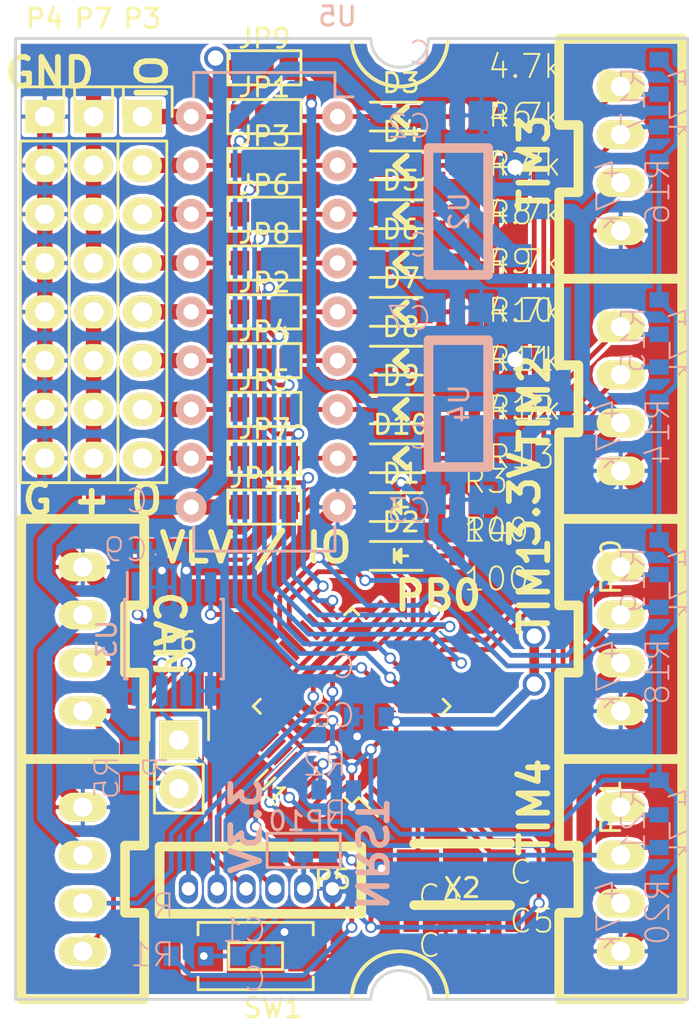
<source format=kicad_pcb>
(kicad_pcb (version 4) (host pcbnew 4.0.4-stable)
  (layers (0 F.Cu signal) (31 B.Cu signal) (34 B.Paste user) (35 F.Paste user) (36 B.SilkS user) (37 F.SilkS user) (38 B.Mask user) (39 F.Mask user) (44 Edge.Cuts user))
  (net 0 "")
  (net 1 GND)
  (net 2 /NRST)
  (net 3 +12V)
  (net 4 /OSC_IN)
  (net 5 /OSC_OUT)
  (net 6 "Net-(D1-Pad2)")
  (net 7 "Net-(D2-Pad2)")
  (net 8 /CAN_H)
  (net 9 /CAN_L)
  (net 10 /BOOT0)
  (net 11 /CAN_RX)
  (net 12 /CAN_TX)
  (net 13 /SWDIO)
  (net 14 /SWCLK)
  (net 15 /PA0)
  (net 16 /PA1)
  (net 17 /PA2)
  (net 18 /PB1)
  (net 19 /PA7)
  (net 20 /PA6)
  (net 21 /PA3)
  (net 22 /PA8)
  (net 23 /PB6)
  (net 24 /PB7)
  (net 25 "Net-(P6-Pad2)")
  (net 26 +5V)
  (net 27 /PB0)
  (net 28 /IO1)
  (net 29 /OUT1)
  (net 30 /IO5)
  (net 31 /OUT5)
  (net 32 /IO2)
  (net 33 /OUT2)
  (net 34 /IO6)
  (net 35 /OUT6)
  (net 36 /IO7)
  (net 37 /OUT7)
  (net 38 /IO3)
  (net 39 /OUT3)
  (net 40 /IO8)
  (net 41 /OUT8)
  (net 42 /IO4)
  (net 43 /OUT4)
  (net 44 "Net-(JP9-Pad2)")
  (net 45 +3.3V)
  (net 46 "Net-(JP10-Pad2)")
  (net 47 /PA9)
  (net 48 "Net-(D3-Pad2)")
  (net 49 "Net-(D4-Pad2)")
  (net 50 "Net-(D5-Pad2)")
  (net 51 "Net-(D6-Pad2)")
  (net 52 "Net-(D7-Pad2)")
  (net 53 "Net-(D8-Pad2)")
  (net 54 "Net-(D9-Pad2)")
  (net 55 "Net-(D10-Pad2)")
  (net 56 /USART_TX)
  (net 57 /USART_RX)
  (net 58 /PA4)
  (net 59 /PA5)
  (net 60 /PB12)
  (net 61 /PB13)
  (net 62 "Net-(JP11-Pad2)")
  (net 63 /PB2)
  (module Housings_DIP:DIP-18_W7.62mm (layer B.Cu) (at 16.764 4.064 180)
    (fp_text reference U5 (at 0 5.22 180) (layer B.SilkS) (effects (justify mirror)))
    (fp_text value TBD62083A)
    (pad 1 thru_hole oval (at 0 0 180) (size 1.6 1.6) (drill 0.8) (layers *.Cu *.Mask B.SilkS) (net 29 /OUT1))
    (pad 2 thru_hole oval (at 0 -2.54 180) (size 1.6 1.6) (drill 0.8) (layers *.Cu *.Mask B.SilkS) (net 33 /OUT2))
    (pad 3 thru_hole oval (at 0 -5.08 180) (size 1.6 1.6) (drill 0.8) (layers *.Cu *.Mask B.SilkS) (net 39 /OUT3))
    (pad 4 thru_hole oval (at 0 -7.62 180) (size 1.6 1.6) (drill 0.8) (layers *.Cu *.Mask B.SilkS) (net 43 /OUT4))
    (pad 5 thru_hole oval (at 0 -10.16 180) (size 1.6 1.6) (drill 0.8) (layers *.Cu *.Mask B.SilkS) (net 31 /OUT5))
    (pad 6 thru_hole oval (at 0 -12.7 180) (size 1.6 1.6) (drill 0.8) (layers *.Cu *.Mask B.SilkS) (net 35 /OUT6))
    (pad 7 thru_hole oval (at 0 -15.24 180) (size 1.6 1.6) (drill 0.8) (layers *.Cu *.Mask B.SilkS) (net 37 /OUT7))
    (pad 8 thru_hole oval (at 0 -17.78 180) (size 1.6 1.6) (drill 0.8) (layers *.Cu *.Mask B.SilkS) (net 41 /OUT8))
    (pad 9 thru_hole oval (at 0 -20.32 180) (size 1.6 1.6) (drill 0.8) (layers *.Cu *.Mask B.SilkS) (net 1 GND))
    (pad 10 thru_hole oval (at 7.62 -20.32 180) (size 1.6 1.6) (drill 0.8) (layers *.Cu *.Mask B.SilkS) (net 3 +12V))
    (pad 11 thru_hole oval (at 7.62 -17.78 180) (size 1.6 1.6) (drill 0.8) (layers *.Cu *.Mask B.SilkS) (net 40 /IO8))
    (pad 12 thru_hole oval (at 7.62 -15.24 180) (size 1.6 1.6) (drill 0.8) (layers *.Cu *.Mask B.SilkS) (net 36 /IO7))
    (pad 13 thru_hole oval (at 7.62 -12.7 180) (size 1.6 1.6) (drill 0.8) (layers *.Cu *.Mask B.SilkS) (net 34 /IO6))
    (pad 14 thru_hole oval (at 7.62 -10.16 180) (size 1.6 1.6) (drill 0.8) (layers *.Cu *.Mask B.SilkS) (net 30 /IO5))
    (pad 15 thru_hole oval (at 7.62 -7.62 180) (size 1.6 1.6) (drill 0.8) (layers *.Cu *.Mask B.SilkS) (net 42 /IO4))
    (pad 16 thru_hole oval (at 7.62 -5.08 180) (size 1.6 1.6) (drill 0.8) (layers *.Cu *.Mask B.SilkS) (net 38 /IO3))
    (pad 17 thru_hole oval (at 7.62 -2.54 180) (size 1.6 1.6) (drill 0.8) (layers *.Cu *.Mask B.SilkS) (net 32 /IO2))
    (pad 18 thru_hole oval (at 7.62 0 180) (size 1.6 1.6) (drill 0.8) (layers *.Cu *.Mask B.SilkS) (net 28 /IO1))
  )
  (module RP_KiCAD_Connector:XA_4T (layer F.Cu) (at 31.5 27.5 270)
    (fp_text reference P10 (at 0 0.5 270) (layer F.SilkS))
    (fp_text value CONN_01X04)
    (pad 4 thru_hole oval (at 0 0 270) (size 1.5 2.5) (drill 1) (layers *.Cu *.Mask F.SilkS) (net 22 /PA8))
    (pad 3 thru_hole oval (at 2.5 0 270) (size 1.5 2.5) (drill 1) (layers *.Cu *.Mask F.SilkS) (net 47 /PA9))
    (pad 2 thru_hole oval (at 5 0 270) (size 1.5 2.5) (drill 1) (layers *.Cu *.Mask F.SilkS) (net 26 +5V))
    (pad 1 thru_hole oval (at 7.5 0 270) (size 1.5 2.5) (drill 1) (layers *.Cu *.Mask F.SilkS) (net 1 GND))
  )
  (module RP_KiCAD_Connector:XA_4T (layer F.Cu) (at 3.5 47.5 90)
    (fp_text reference P2 (at 0 0.5 90) (layer F.SilkS))
    (fp_text value CONN_01X04)
    (pad 4 thru_hole oval (at 0 0 90) (size 1.5 2.5) (drill 1) (layers *.Cu *.Mask F.SilkS) (net 9 /CAN_L))
    (pad 3 thru_hole oval (at 2.5 0 90) (size 1.5 2.5) (drill 1) (layers *.Cu *.Mask F.SilkS) (net 8 /CAN_H))
    (pad 2 thru_hole oval (at 5 0 90) (size 1.5 2.5) (drill 1) (layers *.Cu *.Mask F.SilkS) (net 3 +12V))
    (pad 1 thru_hole oval (at 7.5 0 90) (size 1.5 2.5) (drill 1) (layers *.Cu *.Mask F.SilkS) (net 1 GND))
  )
  (module TO_SOT_Packages_SMD:SOT-223_reg (layer B.Cu) (at 26 9 270)
    (fp_text reference U2 (at 0 2.9 270) (layer B.SilkS) (effects (justify mirror)))
    (fp_text value NCP1117ST33T3G)
    (pad 1 smd rect (at -2.3 0 270) (size 1.2 1.7) (layers B.Cu B.Paste B.Mask) (net 1 GND))
    (pad 2 smd rect (at 0 0 270) (size 1.2 1.7) (layers B.Cu B.Paste B.Mask) (net 26 +5V))
    (pad 3 smd rect (at 2.3 0 270) (size 1.2 1.7) (layers B.Cu B.Paste B.Mask) (net 3 +12V))
    (pad 2 smd rect (at 0 6.3 270) (size 3.3 1.7) (layers B.Cu B.Paste B.Mask) (net 26 +5V))
  )
  (module RP_KiCAD_Libs:C1608_WP (layer B.Cu) (at 12.5 47.75 180)
    (fp_text reference C1 (at -0.635 0.635 180) (layer B.SilkS) (effects (font (size 1.2065 1.2065) (thickness 0.1016)) (justify left bottom mirror)))
    (fp_text value C (at -0.635 -1.905 180) (layer B.SilkS) (effects (font (size 1.2065 1.2065) (thickness 0.1016)) (justify left bottom mirror)))
    (pad 1 smd rect (at -0.9 0 180) (size 0.8 1) (layers B.Cu B.Paste B.Mask) (net 1 GND))
    (pad 2 smd rect (at 0.9 0 180) (size 0.8 1) (layers B.Cu B.Paste B.Mask) (net 2 /NRST))
  )
  (module RP_KiCAD_Libs:C1608_WP (layer F.Cu) (at 21.5 46)
    (fp_text reference C4 (at -0.635 -0.635) (layer F.SilkS) (effects (font (size 1.2065 1.2065) (thickness 0.1016)) (justify left bottom)))
    (fp_text value C (at -0.635 1.905) (layer F.SilkS) (effects (font (size 1.2065 1.2065) (thickness 0.1016)) (justify left bottom)))
    (pad 1 smd rect (at -0.9 0) (size 0.8 1) (layers F.Cu F.Paste F.Mask) (net 4 /OSC_IN))
    (pad 2 smd rect (at 0.9 0) (size 0.8 1) (layers F.Cu F.Paste F.Mask) (net 1 GND))
  )
  (module RP_KiCAD_Libs:C1608_WP (layer F.Cu) (at 25 46 180)
    (fp_text reference C5 (at -0.635 -0.635 180) (layer F.SilkS) (effects (font (size 1.2065 1.2065) (thickness 0.1016)) (justify left bottom)))
    (fp_text value C (at -0.635 1.905 180) (layer F.SilkS) (effects (font (size 1.2065 1.2065) (thickness 0.1016)) (justify left bottom)))
    (pad 1 smd rect (at -0.9 0 180) (size 0.8 1) (layers F.Cu F.Paste F.Mask) (net 5 /OSC_OUT))
    (pad 2 smd rect (at 0.9 0 180) (size 0.8 1) (layers F.Cu F.Paste F.Mask) (net 1 GND))
  )
  (module LEDs:LED_0805 (layer F.Cu) (at 20.066 24.384)
    (fp_text reference D1 (at 0 -1.75) (layer F.SilkS))
    (fp_text value LED)
    (pad 2 smd rect (at 1.04902 0 180) (size 1.19888 1.19888) (layers F.Cu F.Paste F.Mask) (net 6 "Net-(D1-Pad2)"))
    (pad 1 smd rect (at -1.04902 0 180) (size 1.19888 1.19888) (layers F.Cu F.Paste F.Mask) (net 45 +3.3V))
  )
  (module LEDs:LED_0805 (layer F.Cu) (at 20.066 26.924)
    (fp_text reference D2 (at 0 -1.75) (layer F.SilkS))
    (fp_text value LED)
    (pad 2 smd rect (at 1.04902 0 180) (size 1.19888 1.19888) (layers F.Cu F.Paste F.Mask) (net 7 "Net-(D2-Pad2)"))
    (pad 1 smd rect (at -1.04902 0 180) (size 1.19888 1.19888) (layers F.Cu F.Paste F.Mask) (net 63 /PB2))
  )
  (module RP_KiCAD_Libs:C1608_WP (layer B.Cu) (at 9 47.75)
    (fp_text reference R1 (at -0.635 0.635) (layer B.SilkS) (effects (font (size 1.2065 1.2065) (thickness 0.1016)) (justify left bottom mirror)))
    (fp_text value R (at -0.635 -1.905) (layer B.SilkS) (effects (font (size 1.2065 1.2065) (thickness 0.1016)) (justify left bottom mirror)))
    (pad 1 smd rect (at -0.9 0) (size 0.8 1) (layers B.Cu B.Paste B.Mask) (net 45 +3.3V))
    (pad 2 smd rect (at 0.9 0) (size 0.8 1) (layers B.Cu B.Paste B.Mask) (net 2 /NRST))
  )
  (module RP_KiCAD_Libs:C1608_WP (layer B.Cu) (at 16.7 39.1 180)
    (fp_text reference R2 (at -0.635 0.635 180) (layer B.SilkS) (effects (font (size 1.2065 1.2065) (thickness 0.1016)) (justify left bottom mirror)))
    (fp_text value R (at -0.635 -1.905 180) (layer B.SilkS) (effects (font (size 1.2065 1.2065) (thickness 0.1016)) (justify left bottom mirror)))
    (pad 1 smd rect (at -0.9 0 180) (size 0.8 1) (layers B.Cu B.Paste B.Mask) (net 1 GND))
    (pad 2 smd rect (at 0.9 0 180) (size 0.8 1) (layers B.Cu B.Paste B.Mask) (net 10 /BOOT0))
  )
  (module RP_KiCAD_Libs:C1608_WP (layer F.Cu) (at 23.876 24.384)
    (fp_text reference R3 (at -0.635 -0.635) (layer F.SilkS) (effects (font (size 1.2065 1.2065) (thickness 0.1016)) (justify left bottom)))
    (fp_text value 100 (at -0.635 1.905) (layer F.SilkS) (effects (font (size 1.2065 1.2065) (thickness 0.1016)) (justify left bottom)))
    (pad 1 smd rect (at -0.9 0) (size 0.8 1) (layers F.Cu F.Paste F.Mask) (net 6 "Net-(D1-Pad2)"))
    (pad 2 smd rect (at 0.9 0) (size 0.8 1) (layers F.Cu F.Paste F.Mask) (net 1 GND))
  )
  (module RP_KiCAD_Libs:C1608_WP (layer F.Cu) (at 23.876 26.924)
    (fp_text reference R4 (at -0.635 -0.635) (layer F.SilkS) (effects (font (size 1.2065 1.2065) (thickness 0.1016)) (justify left bottom)))
    (fp_text value 100 (at -0.635 1.905) (layer F.SilkS) (effects (font (size 1.2065 1.2065) (thickness 0.1016)) (justify left bottom)))
    (pad 1 smd rect (at -0.9 0) (size 0.8 1) (layers F.Cu F.Paste F.Mask) (net 7 "Net-(D2-Pad2)"))
    (pad 2 smd rect (at 0.9 0) (size 0.8 1) (layers F.Cu F.Paste F.Mask) (net 1 GND))
  )
  (module Buttons_Switches_SMD:SW_SPST_EVQPE1 (layer F.Cu) (at 12.5 47.75 180)
    (fp_text reference SW1 (at -0.9 -2.7 180) (layer F.SilkS))
    (fp_text value SW_PUSH)
    (pad 2 smd rect (at 2.7 0 180) (size 2 1.6) (layers F.Cu F.Paste F.Mask) (net 2 /NRST))
    (pad 1 smd rect (at -2.7 0 180) (size 2 1.6) (layers F.Cu F.Paste F.Mask) (net 1 GND))
  )
  (module Housings_QFP:LQFP-48_7x7mm_Pitch0.5mm (layer F.Cu) (at 17.5 34.75 135)
    (fp_text reference U1 (at 0 -6 135) (layer F.SilkS))
    (fp_text value STM32F103_48)
    (pad 1 smd rect (at -4.35 -2.75 135) (size 1.3 0.25) (layers F.Cu F.Paste F.Mask))
    (pad 2 smd rect (at -4.35 -2.25 135) (size 1.3 0.25) (layers F.Cu F.Paste F.Mask))
    (pad 3 smd rect (at -4.35 -1.75 135) (size 1.3 0.25) (layers F.Cu F.Paste F.Mask))
    (pad 4 smd rect (at -4.35 -1.25 135) (size 1.3 0.25) (layers F.Cu F.Paste F.Mask))
    (pad 5 smd rect (at -4.35 -0.75 135) (size 1.3 0.25) (layers F.Cu F.Paste F.Mask) (net 4 /OSC_IN))
    (pad 6 smd rect (at -4.35 -0.25 135) (size 1.3 0.25) (layers F.Cu F.Paste F.Mask) (net 5 /OSC_OUT))
    (pad 7 smd rect (at -4.35 0.25 135) (size 1.3 0.25) (layers F.Cu F.Paste F.Mask) (net 2 /NRST))
    (pad 8 smd rect (at -4.35 0.75 135) (size 1.3 0.25) (layers F.Cu F.Paste F.Mask) (net 1 GND))
    (pad 9 smd rect (at -4.35 1.25 135) (size 1.3 0.25) (layers F.Cu F.Paste F.Mask) (net 45 +3.3V))
    (pad 10 smd rect (at -4.35 1.75 135) (size 1.3 0.25) (layers F.Cu F.Paste F.Mask) (net 15 /PA0))
    (pad 11 smd rect (at -4.35 2.25 135) (size 1.3 0.25) (layers F.Cu F.Paste F.Mask) (net 16 /PA1))
    (pad 12 smd rect (at -4.35 2.75 135) (size 1.3 0.25) (layers F.Cu F.Paste F.Mask) (net 17 /PA2))
    (pad 13 smd rect (at -2.75 4.35 225) (size 1.3 0.25) (layers F.Cu F.Paste F.Mask) (net 21 /PA3))
    (pad 14 smd rect (at -2.25 4.35 225) (size 1.3 0.25) (layers F.Cu F.Paste F.Mask) (net 58 /PA4))
    (pad 15 smd rect (at -1.75 4.35 225) (size 1.3 0.25) (layers F.Cu F.Paste F.Mask) (net 59 /PA5))
    (pad 16 smd rect (at -1.25 4.35 225) (size 1.3 0.25) (layers F.Cu F.Paste F.Mask) (net 20 /PA6))
    (pad 17 smd rect (at -0.75 4.35 225) (size 1.3 0.25) (layers F.Cu F.Paste F.Mask) (net 19 /PA7))
    (pad 18 smd rect (at -0.25 4.35 225) (size 1.3 0.25) (layers F.Cu F.Paste F.Mask) (net 27 /PB0))
    (pad 19 smd rect (at 0.25 4.35 225) (size 1.3 0.25) (layers F.Cu F.Paste F.Mask) (net 18 /PB1))
    (pad 20 smd rect (at 0.75 4.35 225) (size 1.3 0.25) (layers F.Cu F.Paste F.Mask) (net 63 /PB2))
    (pad 21 smd rect (at 1.25 4.35 225) (size 1.3 0.25) (layers F.Cu F.Paste F.Mask) (net 56 /USART_TX))
    (pad 22 smd rect (at 1.75 4.35 225) (size 1.3 0.25) (layers F.Cu F.Paste F.Mask) (net 57 /USART_RX))
    (pad 23 smd rect (at 2.25 4.35 225) (size 1.3 0.25) (layers F.Cu F.Paste F.Mask) (net 1 GND))
    (pad 24 smd rect (at 2.75 4.35 225) (size 1.3 0.25) (layers F.Cu F.Paste F.Mask) (net 45 +3.3V))
    (pad 25 smd rect (at 4.35 2.75 135) (size 1.3 0.25) (layers F.Cu F.Paste F.Mask) (net 60 /PB12))
    (pad 26 smd rect (at 4.35 2.25 135) (size 1.3 0.25) (layers F.Cu F.Paste F.Mask) (net 61 /PB13))
    (pad 27 smd rect (at 4.35 1.75 135) (size 1.3 0.25) (layers F.Cu F.Paste F.Mask))
    (pad 28 smd rect (at 4.35 1.25 135) (size 1.3 0.25) (layers F.Cu F.Paste F.Mask))
    (pad 29 smd rect (at 4.35 0.75 135) (size 1.3 0.25) (layers F.Cu F.Paste F.Mask) (net 22 /PA8))
    (pad 30 smd rect (at 4.35 0.25 135) (size 1.3 0.25) (layers F.Cu F.Paste F.Mask) (net 47 /PA9))
    (pad 31 smd rect (at 4.35 -0.25 135) (size 1.3 0.25) (layers F.Cu F.Paste F.Mask))
    (pad 32 smd rect (at 4.35 -0.75 135) (size 1.3 0.25) (layers F.Cu F.Paste F.Mask) (net 11 /CAN_RX))
    (pad 33 smd rect (at 4.35 -1.25 135) (size 1.3 0.25) (layers F.Cu F.Paste F.Mask) (net 12 /CAN_TX))
    (pad 34 smd rect (at 4.35 -1.75 135) (size 1.3 0.25) (layers F.Cu F.Paste F.Mask) (net 13 /SWDIO))
    (pad 35 smd rect (at 4.35 -2.25 135) (size 1.3 0.25) (layers F.Cu F.Paste F.Mask) (net 1 GND))
    (pad 36 smd rect (at 4.35 -2.75 135) (size 1.3 0.25) (layers F.Cu F.Paste F.Mask) (net 45 +3.3V))
    (pad 37 smd rect (at 2.75 -4.35 225) (size 1.3 0.25) (layers F.Cu F.Paste F.Mask) (net 14 /SWCLK))
    (pad 38 smd rect (at 2.25 -4.35 225) (size 1.3 0.25) (layers F.Cu F.Paste F.Mask))
    (pad 39 smd rect (at 1.75 -4.35 225) (size 1.3 0.25) (layers F.Cu F.Paste F.Mask))
    (pad 40 smd rect (at 1.25 -4.35 225) (size 1.3 0.25) (layers F.Cu F.Paste F.Mask))
    (pad 41 smd rect (at 0.75 -4.35 225) (size 1.3 0.25) (layers F.Cu F.Paste F.Mask))
    (pad 42 smd rect (at 0.25 -4.35 225) (size 1.3 0.25) (layers F.Cu F.Paste F.Mask) (net 23 /PB6))
    (pad 43 smd rect (at -0.25 -4.35 225) (size 1.3 0.25) (layers F.Cu F.Paste F.Mask) (net 24 /PB7))
    (pad 44 smd rect (at -0.75 -4.35 225) (size 1.3 0.25) (layers F.Cu F.Paste F.Mask) (net 10 /BOOT0))
    (pad 45 smd rect (at -1.25 -4.35 225) (size 1.3 0.25) (layers F.Cu F.Paste F.Mask))
    (pad 46 smd rect (at -1.75 -4.35 225) (size 1.3 0.25) (layers F.Cu F.Paste F.Mask))
    (pad 47 smd rect (at -2.25 -4.35 225) (size 1.3 0.25) (layers F.Cu F.Paste F.Mask) (net 1 GND))
    (pad 48 smd rect (at -2.75 -4.35 225) (size 1.3 0.25) (layers F.Cu F.Paste F.Mask) (net 45 +3.3V))
  )
  (module Housings_SOIC:SOIC-8_3.9x4.9mm_Pitch1.27mm (layer B.Cu) (at 8.25 31.25 270)
    (fp_text reference U3 (at 0 3.5 270) (layer B.SilkS) (effects (justify mirror)))
    (fp_text value MAX3051)
    (pad 1 smd rect (at -2.7 1.905 270) (size 1.55 0.6) (layers B.Cu B.Paste B.Mask) (net 12 /CAN_TX))
    (pad 2 smd rect (at -2.7 0.635 270) (size 1.55 0.6) (layers B.Cu B.Paste B.Mask) (net 1 GND))
    (pad 3 smd rect (at -2.7 -0.635 270) (size 1.55 0.6) (layers B.Cu B.Paste B.Mask) (net 45 +3.3V))
    (pad 4 smd rect (at -2.7 -1.905 270) (size 1.55 0.6) (layers B.Cu B.Paste B.Mask) (net 11 /CAN_RX))
    (pad 5 smd rect (at 2.7 -1.905 270) (size 1.55 0.6) (layers B.Cu B.Paste B.Mask) (net 1 GND))
    (pad 6 smd rect (at 2.7 -0.635 270) (size 1.55 0.6) (layers B.Cu B.Paste B.Mask) (net 9 /CAN_L))
    (pad 7 smd rect (at 2.7 0.635 270) (size 1.55 0.6) (layers B.Cu B.Paste B.Mask) (net 8 /CAN_H))
    (pad 8 smd rect (at 2.7 1.905 270) (size 1.55 0.6) (layers B.Cu B.Paste B.Mask) (net 1 GND))
  )
  (module Crystals:ABM3_2pads (layer F.Cu) (at 23.25 43.5)
    (fp_text reference X2 (at 0 0.7) (layer F.SilkS))
    (fp_text value CRYSTAL)
    (pad 1 smd rect (at -2.3 0) (size 2.2 2.6) (layers F.Cu F.Paste F.Mask) (net 4 /OSC_IN))
    (pad 2 smd rect (at 2.3 0) (size 2 2.6) (layers F.Cu F.Paste F.Mask) (net 5 /OSC_OUT))
  )
  (module RP_KiCAD_Connector:ZH_6T (layer F.Cu) (at 16.5 44.25 180)
    (fp_text reference P5 (at 0 0.5 180) (layer F.SilkS))
    (fp_text value CONN_01X06)
    (pad 1 thru_hole oval (at 0 0 180) (size 1 1.524) (drill 0.7) (layers *.Cu *.Mask) (net 1 GND))
    (pad 2 thru_hole oval (at 1.5 0 180) (size 1 1.524) (drill 0.7) (layers *.Cu *.Mask) (net 46 "Net-(JP10-Pad2)"))
    (pad 3 thru_hole oval (at 3 0 180) (size 1 1.524) (drill 0.7) (layers *.Cu *.Mask) (net 14 /SWCLK))
    (pad 4 thru_hole oval (at 4.5 0 180) (size 1 1.524) (drill 0.7) (layers *.Cu *.Mask) (net 13 /SWDIO))
    (pad 5 thru_hole oval (at 6 0 180) (size 1 1.524) (drill 0.7) (layers *.Cu *.Mask) (net 56 /USART_TX))
    (pad 6 thru_hole oval (at 7.5 0 180) (size 1 1.524) (drill 0.7) (layers *.Cu *.Mask) (net 57 /USART_RX))
  )
  (module Pin_Headers:Pin_Header_Straight_1x02 (layer F.Cu) (at 8.5 36.5)
    (fp_text reference P6 (at 0 -5.1) (layer F.SilkS))
    (fp_text value CONN_01X02)
    (pad 1 thru_hole rect (at 0 0) (size 2.032 2.032) (drill 1.016) (layers *.Cu *.Mask F.SilkS) (net 8 /CAN_H))
    (pad 2 thru_hole oval (at 0 2.54) (size 2.032 2.032) (drill 1.016) (layers *.Cu *.Mask F.SilkS) (net 25 "Net-(P6-Pad2)"))
  )
  (module RP_KiCAD_Libs:C1608_WP (layer B.Cu) (at 6.096 37.846 270)
    (fp_text reference R5 (at -0.635 0.635 270) (layer B.SilkS) (effects (font (size 1.2065 1.2065) (thickness 0.1016)) (justify left bottom mirror)))
    (fp_text value R (at -0.635 -1.905 270) (layer B.SilkS) (effects (font (size 1.2065 1.2065) (thickness 0.1016)) (justify left bottom mirror)))
    (pad 1 smd rect (at -0.9 0 270) (size 0.8 1) (layers B.Cu B.Paste B.Mask) (net 9 /CAN_L))
    (pad 2 smd rect (at 0.9 0 270) (size 0.8 1) (layers B.Cu B.Paste B.Mask) (net 25 "Net-(P6-Pad2)"))
  )
  (module Connect:GS3 (layer F.Cu) (at 12.954 4.064 90)
    (fp_text reference JP1 (at 1.524 0 180) (layer F.SilkS))
    (fp_text value JUMPER3)
    (pad 1 smd rect (at 0 -1.27 90) (size 1.27 0.9652) (layers F.Cu F.Paste F.Mask) (net 28 /IO1))
    (pad 2 smd rect (at 0 0 90) (size 1.27 0.9652) (layers F.Cu F.Paste F.Mask) (net 17 /PA2))
    (pad 3 smd rect (at 0 1.27 90) (size 1.27 0.9652) (layers F.Cu F.Paste F.Mask) (net 29 /OUT1))
  )
  (module Connect:GS3 (layer F.Cu) (at 12.954 14.224 90)
    (fp_text reference JP2 (at 1.524 0 180) (layer F.SilkS))
    (fp_text value JUMPER3)
    (pad 1 smd rect (at 0 -1.27 90) (size 1.27 0.9652) (layers F.Cu F.Paste F.Mask) (net 30 /IO5))
    (pad 2 smd rect (at 0 0 90) (size 1.27 0.9652) (layers F.Cu F.Paste F.Mask) (net 27 /PB0))
    (pad 3 smd rect (at 0 1.27 90) (size 1.27 0.9652) (layers F.Cu F.Paste F.Mask) (net 31 /OUT5))
  )
  (module Connect:GS3 (layer F.Cu) (at 12.954 6.604 90)
    (fp_text reference JP3 (at 1.524 0 180) (layer F.SilkS))
    (fp_text value JUMPER3)
    (pad 1 smd rect (at 0 -1.27 90) (size 1.27 0.9652) (layers F.Cu F.Paste F.Mask) (net 32 /IO2))
    (pad 2 smd rect (at 0 0 90) (size 1.27 0.9652) (layers F.Cu F.Paste F.Mask) (net 21 /PA3))
    (pad 3 smd rect (at 0 1.27 90) (size 1.27 0.9652) (layers F.Cu F.Paste F.Mask) (net 33 /OUT2))
  )
  (module Connect:GS3 (layer F.Cu) (at 12.954 16.764 90)
    (fp_text reference JP4 (at 1.524 0 180) (layer F.SilkS))
    (fp_text value JUMPER3)
    (pad 1 smd rect (at 0 -1.27 90) (size 1.27 0.9652) (layers F.Cu F.Paste F.Mask) (net 34 /IO6))
    (pad 2 smd rect (at 0 0 90) (size 1.27 0.9652) (layers F.Cu F.Paste F.Mask) (net 18 /PB1))
    (pad 3 smd rect (at 0 1.27 90) (size 1.27 0.9652) (layers F.Cu F.Paste F.Mask) (net 35 /OUT6))
  )
  (module Connect:GS3 (layer F.Cu) (at 12.954 19.304 90)
    (fp_text reference JP5 (at 1.524 0 180) (layer F.SilkS))
    (fp_text value JUMPER3)
    (pad 1 smd rect (at 0 -1.27 90) (size 1.27 0.9652) (layers F.Cu F.Paste F.Mask) (net 36 /IO7))
    (pad 2 smd rect (at 0 0 90) (size 1.27 0.9652) (layers F.Cu F.Paste F.Mask) (net 60 /PB12))
    (pad 3 smd rect (at 0 1.27 90) (size 1.27 0.9652) (layers F.Cu F.Paste F.Mask) (net 37 /OUT7))
  )
  (module Connect:GS3 (layer F.Cu) (at 12.954 9.144 90)
    (fp_text reference JP6 (at 1.524 0 180) (layer F.SilkS))
    (fp_text value JUMPER3)
    (pad 1 smd rect (at 0 -1.27 90) (size 1.27 0.9652) (layers F.Cu F.Paste F.Mask) (net 38 /IO3))
    (pad 2 smd rect (at 0 0 90) (size 1.27 0.9652) (layers F.Cu F.Paste F.Mask) (net 58 /PA4))
    (pad 3 smd rect (at 0 1.27 90) (size 1.27 0.9652) (layers F.Cu F.Paste F.Mask) (net 39 /OUT3))
  )
  (module Connect:GS3 (layer F.Cu) (at 12.954 21.844 90)
    (fp_text reference JP7 (at 1.524 0 180) (layer F.SilkS))
    (fp_text value JUMPER3)
    (pad 1 smd rect (at 0 -1.27 90) (size 1.27 0.9652) (layers F.Cu F.Paste F.Mask) (net 40 /IO8))
    (pad 2 smd rect (at 0 0 90) (size 1.27 0.9652) (layers F.Cu F.Paste F.Mask) (net 61 /PB13))
    (pad 3 smd rect (at 0 1.27 90) (size 1.27 0.9652) (layers F.Cu F.Paste F.Mask) (net 41 /OUT8))
  )
  (module Connect:GS3 (layer F.Cu) (at 12.954 11.684 90)
    (fp_text reference JP8 (at 1.524 0 180) (layer F.SilkS))
    (fp_text value JUMPER3)
    (pad 1 smd rect (at 0 -1.27 90) (size 1.27 0.9652) (layers F.Cu F.Paste F.Mask) (net 42 /IO4))
    (pad 2 smd rect (at 0 0 90) (size 1.27 0.9652) (layers F.Cu F.Paste F.Mask) (net 59 /PA5))
    (pad 3 smd rect (at 0 1.27 90) (size 1.27 0.9652) (layers F.Cu F.Paste F.Mask) (net 43 /OUT4))
  )
  (module Connect:GS3 (layer F.Cu) (at 12.954 1.524 90)
    (fp_text reference JP9 (at 1.524 0 180) (layer F.SilkS))
    (fp_text value JUMPER3)
    (pad 1 smd rect (at 0 -1.27 90) (size 1.27 0.9652) (layers F.Cu F.Paste F.Mask) (net 3 +12V))
    (pad 2 smd rect (at 0 0 90) (size 1.27 0.9652) (layers F.Cu F.Paste F.Mask) (net 44 "Net-(JP9-Pad2)"))
    (pad 3 smd rect (at 0 1.27 90) (size 1.27 0.9652) (layers F.Cu F.Paste F.Mask) (net 45 +3.3V))
  )
  (module Connect:GS3 (layer B.Cu) (at 15 42.25 90)
    (fp_text reference JP10 (at 1.524 0 360) (layer B.SilkS) (effects (justify mirror)))
    (fp_text value JUMPER3)
    (pad 1 smd rect (at 0 1.27 90) (size 1.27 0.9652) (layers B.Cu B.Paste B.Mask) (net 2 /NRST))
    (pad 2 smd rect (at 0 0 90) (size 1.27 0.9652) (layers B.Cu B.Paste B.Mask) (net 46 "Net-(JP10-Pad2)"))
    (pad 3 smd rect (at 0 -1.27 90) (size 1.27 0.9652) (layers B.Cu B.Paste B.Mask) (net 45 +3.3V))
  )
  (module RP_KiCAD_Connector:XA_4T (layer F.Cu) (at 3.5 35 90)
    (fp_text reference P1 (at 0 0.5 90) (layer F.SilkS))
    (fp_text value CONN_01X04)
    (pad 4 thru_hole oval (at 0 0 90) (size 1.5 2.5) (drill 1) (layers *.Cu *.Mask F.SilkS) (net 9 /CAN_L))
    (pad 3 thru_hole oval (at 2.5 0 90) (size 1.5 2.5) (drill 1) (layers *.Cu *.Mask F.SilkS) (net 8 /CAN_H))
    (pad 2 thru_hole oval (at 5 0 90) (size 1.5 2.5) (drill 1) (layers *.Cu *.Mask F.SilkS) (net 3 +12V))
    (pad 1 thru_hole oval (at 7.5 0 90) (size 1.5 2.5) (drill 1) (layers *.Cu *.Mask F.SilkS) (net 1 GND))
  )
  (module Pin_Headers:Pin_Header_Straight_1x08 (layer F.Cu) (at 4.064 4.064)
    (fp_text reference P7 (at 0 -5.1) (layer F.SilkS))
    (fp_text value CONN_01X08)
    (pad 1 thru_hole rect (at 0 0) (size 2.032 1.7272) (drill 1.016) (layers *.Cu *.Mask F.SilkS) (net 44 "Net-(JP9-Pad2)"))
    (pad 2 thru_hole oval (at 0 2.54) (size 2.032 1.7272) (drill 1.016) (layers *.Cu *.Mask F.SilkS) (net 44 "Net-(JP9-Pad2)"))
    (pad 3 thru_hole oval (at 0 5.08) (size 2.032 1.7272) (drill 1.016) (layers *.Cu *.Mask F.SilkS) (net 44 "Net-(JP9-Pad2)"))
    (pad 4 thru_hole oval (at 0 7.62) (size 2.032 1.7272) (drill 1.016) (layers *.Cu *.Mask F.SilkS) (net 44 "Net-(JP9-Pad2)"))
    (pad 5 thru_hole oval (at 0 10.16) (size 2.032 1.7272) (drill 1.016) (layers *.Cu *.Mask F.SilkS) (net 62 "Net-(JP11-Pad2)"))
    (pad 6 thru_hole oval (at 0 12.7) (size 2.032 1.7272) (drill 1.016) (layers *.Cu *.Mask F.SilkS) (net 62 "Net-(JP11-Pad2)"))
    (pad 7 thru_hole oval (at 0 15.24) (size 2.032 1.7272) (drill 1.016) (layers *.Cu *.Mask F.SilkS) (net 62 "Net-(JP11-Pad2)"))
    (pad 8 thru_hole oval (at 0 17.78) (size 2.032 1.7272) (drill 1.016) (layers *.Cu *.Mask F.SilkS) (net 62 "Net-(JP11-Pad2)"))
  )
  (module RP_KiCAD_Connector:XA_4T (layer F.Cu) (at 31.5 15 270)
    (fp_text reference P8 (at 0 0.5 270) (layer F.SilkS))
    (fp_text value CONN_01X04)
    (pad 4 thru_hole oval (at 0 0 270) (size 1.5 2.5) (drill 1) (layers *.Cu *.Mask F.SilkS) (net 16 /PA1))
    (pad 3 thru_hole oval (at 2.5 0 270) (size 1.5 2.5) (drill 1) (layers *.Cu *.Mask F.SilkS) (net 15 /PA0))
    (pad 2 thru_hole oval (at 5 0 270) (size 1.5 2.5) (drill 1) (layers *.Cu *.Mask F.SilkS) (net 26 +5V))
    (pad 1 thru_hole oval (at 7.5 0 270) (size 1.5 2.5) (drill 1) (layers *.Cu *.Mask F.SilkS) (net 1 GND))
  )
  (module RP_KiCAD_Connector:XA_4T (layer F.Cu) (at 31.5 2.5 270)
    (fp_text reference P9 (at 0 0.5 270) (layer F.SilkS))
    (fp_text value CONN_01X04)
    (pad 4 thru_hole oval (at 0 0 270) (size 1.5 2.5) (drill 1) (layers *.Cu *.Mask F.SilkS) (net 19 /PA7))
    (pad 3 thru_hole oval (at 2.5 0 270) (size 1.5 2.5) (drill 1) (layers *.Cu *.Mask F.SilkS) (net 20 /PA6))
    (pad 2 thru_hole oval (at 5 0 270) (size 1.5 2.5) (drill 1) (layers *.Cu *.Mask F.SilkS) (net 26 +5V))
    (pad 1 thru_hole oval (at 7.5 0 270) (size 1.5 2.5) (drill 1) (layers *.Cu *.Mask F.SilkS) (net 1 GND))
  )
  (module RP_KiCAD_Connector:XA_4T (layer F.Cu) (at 31.5 40 270)
    (fp_text reference P11 (at 0 0.5 270) (layer F.SilkS))
    (fp_text value CONN_01X04)
    (pad 4 thru_hole oval (at 0 0 270) (size 1.5 2.5) (drill 1) (layers *.Cu *.Mask F.SilkS) (net 24 /PB7))
    (pad 3 thru_hole oval (at 2.5 0 270) (size 1.5 2.5) (drill 1) (layers *.Cu *.Mask F.SilkS) (net 23 /PB6))
    (pad 2 thru_hole oval (at 5 0 270) (size 1.5 2.5) (drill 1) (layers *.Cu *.Mask F.SilkS) (net 26 +5V))
    (pad 1 thru_hole oval (at 7.5 0 270) (size 1.5 2.5) (drill 1) (layers *.Cu *.Mask F.SilkS) (net 1 GND))
  )
  (module TO_SOT_Packages_SMD:SOT-223_reg (layer B.Cu) (at 26 19 270)
    (fp_text reference U4 (at 0 2.9 270) (layer B.SilkS) (effects (justify mirror)))
    (fp_text value NCP1117ST50T3G)
    (pad 1 smd rect (at -2.3 0 270) (size 1.2 1.7) (layers B.Cu B.Paste B.Mask) (net 1 GND))
    (pad 2 smd rect (at 0 0 270) (size 1.2 1.7) (layers B.Cu B.Paste B.Mask) (net 45 +3.3V))
    (pad 3 smd rect (at 2.3 0 270) (size 1.2 1.7) (layers B.Cu B.Paste B.Mask) (net 26 +5V))
    (pad 2 smd rect (at 0 6.3 270) (size 3.3 1.7) (layers B.Cu B.Paste B.Mask) (net 45 +3.3V))
  )
  (module Pin_Headers:Pin_Header_Straight_1x08 (layer F.Cu) (at 6.604 4.064)
    (fp_text reference P3 (at 0 -5.1) (layer F.SilkS))
    (fp_text value CONN_01X08)
    (pad 1 thru_hole rect (at 0 0) (size 2.032 1.7272) (drill 1.016) (layers *.Cu *.Mask F.SilkS) (net 28 /IO1))
    (pad 2 thru_hole oval (at 0 2.54) (size 2.032 1.7272) (drill 1.016) (layers *.Cu *.Mask F.SilkS) (net 32 /IO2))
    (pad 3 thru_hole oval (at 0 5.08) (size 2.032 1.7272) (drill 1.016) (layers *.Cu *.Mask F.SilkS) (net 38 /IO3))
    (pad 4 thru_hole oval (at 0 7.62) (size 2.032 1.7272) (drill 1.016) (layers *.Cu *.Mask F.SilkS) (net 42 /IO4))
    (pad 5 thru_hole oval (at 0 10.16) (size 2.032 1.7272) (drill 1.016) (layers *.Cu *.Mask F.SilkS) (net 30 /IO5))
    (pad 6 thru_hole oval (at 0 12.7) (size 2.032 1.7272) (drill 1.016) (layers *.Cu *.Mask F.SilkS) (net 34 /IO6))
    (pad 7 thru_hole oval (at 0 15.24) (size 2.032 1.7272) (drill 1.016) (layers *.Cu *.Mask F.SilkS) (net 36 /IO7))
    (pad 8 thru_hole oval (at 0 17.78) (size 2.032 1.7272) (drill 1.016) (layers *.Cu *.Mask F.SilkS) (net 40 /IO8))
  )
  (module Pin_Headers:Pin_Header_Straight_1x08 (layer F.Cu) (at 1.524 4.064)
    (fp_text reference P4 (at 0 -5.1) (layer F.SilkS))
    (fp_text value CONN_01X08)
    (pad 1 thru_hole rect (at 0 0) (size 2.032 1.7272) (drill 1.016) (layers *.Cu *.Mask F.SilkS) (net 1 GND))
    (pad 2 thru_hole oval (at 0 2.54) (size 2.032 1.7272) (drill 1.016) (layers *.Cu *.Mask F.SilkS) (net 1 GND))
    (pad 3 thru_hole oval (at 0 5.08) (size 2.032 1.7272) (drill 1.016) (layers *.Cu *.Mask F.SilkS) (net 1 GND))
    (pad 4 thru_hole oval (at 0 7.62) (size 2.032 1.7272) (drill 1.016) (layers *.Cu *.Mask F.SilkS) (net 1 GND))
    (pad 5 thru_hole oval (at 0 10.16) (size 2.032 1.7272) (drill 1.016) (layers *.Cu *.Mask F.SilkS) (net 1 GND))
    (pad 6 thru_hole oval (at 0 12.7) (size 2.032 1.7272) (drill 1.016) (layers *.Cu *.Mask F.SilkS) (net 1 GND))
    (pad 7 thru_hole oval (at 0 15.24) (size 2.032 1.7272) (drill 1.016) (layers *.Cu *.Mask F.SilkS) (net 1 GND))
    (pad 8 thru_hole oval (at 0 17.78) (size 2.032 1.7272) (drill 1.016) (layers *.Cu *.Mask F.SilkS) (net 1 GND))
  )
  (module LEDs:LED_0805 (layer F.Cu) (at 20.066 4.064)
    (fp_text reference D3 (at 0 -1.75) (layer F.SilkS))
    (fp_text value LED)
    (pad 2 smd rect (at 1.04902 0 180) (size 1.19888 1.19888) (layers F.Cu F.Paste F.Mask) (net 48 "Net-(D3-Pad2)"))
    (pad 1 smd rect (at -1.04902 0 180) (size 1.19888 1.19888) (layers F.Cu F.Paste F.Mask) (net 29 /OUT1))
  )
  (module LEDs:LED_0805 (layer F.Cu) (at 20.066 6.604)
    (fp_text reference D4 (at 0 -1.75) (layer F.SilkS))
    (fp_text value LED)
    (pad 2 smd rect (at 1.04902 0 180) (size 1.19888 1.19888) (layers F.Cu F.Paste F.Mask) (net 49 "Net-(D4-Pad2)"))
    (pad 1 smd rect (at -1.04902 0 180) (size 1.19888 1.19888) (layers F.Cu F.Paste F.Mask) (net 33 /OUT2))
  )
  (module LEDs:LED_0805 (layer F.Cu) (at 20.066 9.144)
    (fp_text reference D5 (at 0 -1.75) (layer F.SilkS))
    (fp_text value LED)
    (pad 2 smd rect (at 1.04902 0 180) (size 1.19888 1.19888) (layers F.Cu F.Paste F.Mask) (net 50 "Net-(D5-Pad2)"))
    (pad 1 smd rect (at -1.04902 0 180) (size 1.19888 1.19888) (layers F.Cu F.Paste F.Mask) (net 39 /OUT3))
  )
  (module LEDs:LED_0805 (layer F.Cu) (at 20.066 11.684)
    (fp_text reference D6 (at 0 -1.75) (layer F.SilkS))
    (fp_text value LED)
    (pad 2 smd rect (at 1.04902 0 180) (size 1.19888 1.19888) (layers F.Cu F.Paste F.Mask) (net 51 "Net-(D6-Pad2)"))
    (pad 1 smd rect (at -1.04902 0 180) (size 1.19888 1.19888) (layers F.Cu F.Paste F.Mask) (net 43 /OUT4))
  )
  (module LEDs:LED_0805 (layer F.Cu) (at 20.066 14.224)
    (fp_text reference D7 (at 0 -1.75) (layer F.SilkS))
    (fp_text value LED)
    (pad 2 smd rect (at 1.04902 0 180) (size 1.19888 1.19888) (layers F.Cu F.Paste F.Mask) (net 52 "Net-(D7-Pad2)"))
    (pad 1 smd rect (at -1.04902 0 180) (size 1.19888 1.19888) (layers F.Cu F.Paste F.Mask) (net 31 /OUT5))
  )
  (module LEDs:LED_0805 (layer F.Cu) (at 20.066 16.764)
    (fp_text reference D8 (at 0 -1.75) (layer F.SilkS))
    (fp_text value LED)
    (pad 2 smd rect (at 1.04902 0 180) (size 1.19888 1.19888) (layers F.Cu F.Paste F.Mask) (net 53 "Net-(D8-Pad2)"))
    (pad 1 smd rect (at -1.04902 0 180) (size 1.19888 1.19888) (layers F.Cu F.Paste F.Mask) (net 35 /OUT6))
  )
  (module LEDs:LED_0805 (layer F.Cu) (at 20.066 19.304)
    (fp_text reference D9 (at 0 -1.75) (layer F.SilkS))
    (fp_text value LED)
    (pad 2 smd rect (at 1.04902 0 180) (size 1.19888 1.19888) (layers F.Cu F.Paste F.Mask) (net 54 "Net-(D9-Pad2)"))
    (pad 1 smd rect (at -1.04902 0 180) (size 1.19888 1.19888) (layers F.Cu F.Paste F.Mask) (net 37 /OUT7))
  )
  (module LEDs:LED_0805 (layer F.Cu) (at 20.066 21.844)
    (fp_text reference D10 (at 0 -1.75) (layer F.SilkS))
    (fp_text value LED)
    (pad 2 smd rect (at 1.04902 0 180) (size 1.19888 1.19888) (layers F.Cu F.Paste F.Mask) (net 55 "Net-(D10-Pad2)"))
    (pad 1 smd rect (at -1.04902 0 180) (size 1.19888 1.19888) (layers F.Cu F.Paste F.Mask) (net 41 /OUT8))
  )
  (module RP_KiCAD_Libs:C1608_WP (layer F.Cu) (at 23.876 4.064 180)
    (fp_text reference R6 (at -0.635 -0.635 180) (layer F.SilkS) (effects (font (size 1.2065 1.2065) (thickness 0.1016)) (justify left bottom)))
    (fp_text value 4.7k (at -0.635 1.905 180) (layer F.SilkS) (effects (font (size 1.2065 1.2065) (thickness 0.1016)) (justify left bottom)))
    (pad 1 smd rect (at -0.9 0 180) (size 0.8 1) (layers F.Cu F.Paste F.Mask) (net 1 GND))
    (pad 2 smd rect (at 0.9 0 180) (size 0.8 1) (layers F.Cu F.Paste F.Mask) (net 48 "Net-(D3-Pad2)"))
  )
  (module RP_KiCAD_Libs:C1608_WP (layer F.Cu) (at 23.876 6.604 180)
    (fp_text reference R7 (at -0.635 -0.635 180) (layer F.SilkS) (effects (font (size 1.2065 1.2065) (thickness 0.1016)) (justify left bottom)))
    (fp_text value 4.7k (at -0.635 1.905 180) (layer F.SilkS) (effects (font (size 1.2065 1.2065) (thickness 0.1016)) (justify left bottom)))
    (pad 1 smd rect (at -0.9 0 180) (size 0.8 1) (layers F.Cu F.Paste F.Mask) (net 1 GND))
    (pad 2 smd rect (at 0.9 0 180) (size 0.8 1) (layers F.Cu F.Paste F.Mask) (net 49 "Net-(D4-Pad2)"))
  )
  (module RP_KiCAD_Libs:C1608_WP (layer F.Cu) (at 23.876 9.144 180)
    (fp_text reference R8 (at -0.635 -0.635 180) (layer F.SilkS) (effects (font (size 1.2065 1.2065) (thickness 0.1016)) (justify left bottom)))
    (fp_text value 4.7k (at -0.635 1.905 180) (layer F.SilkS) (effects (font (size 1.2065 1.2065) (thickness 0.1016)) (justify left bottom)))
    (pad 1 smd rect (at -0.9 0 180) (size 0.8 1) (layers F.Cu F.Paste F.Mask) (net 1 GND))
    (pad 2 smd rect (at 0.9 0 180) (size 0.8 1) (layers F.Cu F.Paste F.Mask) (net 50 "Net-(D5-Pad2)"))
  )
  (module RP_KiCAD_Libs:C1608_WP (layer F.Cu) (at 23.876 11.684 180)
    (fp_text reference R9 (at -0.635 -0.635 180) (layer F.SilkS) (effects (font (size 1.2065 1.2065) (thickness 0.1016)) (justify left bottom)))
    (fp_text value 4.7k (at -0.635 1.905 180) (layer F.SilkS) (effects (font (size 1.2065 1.2065) (thickness 0.1016)) (justify left bottom)))
    (pad 1 smd rect (at -0.9 0 180) (size 0.8 1) (layers F.Cu F.Paste F.Mask) (net 1 GND))
    (pad 2 smd rect (at 0.9 0 180) (size 0.8 1) (layers F.Cu F.Paste F.Mask) (net 51 "Net-(D6-Pad2)"))
  )
  (module RP_KiCAD_Libs:C1608_WP (layer F.Cu) (at 23.876 14.224 180)
    (fp_text reference R10 (at -0.635 -0.635 180) (layer F.SilkS) (effects (font (size 1.2065 1.2065) (thickness 0.1016)) (justify left bottom)))
    (fp_text value 4.7k (at -0.635 1.905 180) (layer F.SilkS) (effects (font (size 1.2065 1.2065) (thickness 0.1016)) (justify left bottom)))
    (pad 1 smd rect (at -0.9 0 180) (size 0.8 1) (layers F.Cu F.Paste F.Mask) (net 1 GND))
    (pad 2 smd rect (at 0.9 0 180) (size 0.8 1) (layers F.Cu F.Paste F.Mask) (net 52 "Net-(D7-Pad2)"))
  )
  (module RP_KiCAD_Libs:C1608_WP (layer F.Cu) (at 23.876 16.764 180)
    (fp_text reference R11 (at -0.635 -0.635 180) (layer F.SilkS) (effects (font (size 1.2065 1.2065) (thickness 0.1016)) (justify left bottom)))
    (fp_text value 4.7k (at -0.635 1.905 180) (layer F.SilkS) (effects (font (size 1.2065 1.2065) (thickness 0.1016)) (justify left bottom)))
    (pad 1 smd rect (at -0.9 0 180) (size 0.8 1) (layers F.Cu F.Paste F.Mask) (net 1 GND))
    (pad 2 smd rect (at 0.9 0 180) (size 0.8 1) (layers F.Cu F.Paste F.Mask) (net 53 "Net-(D8-Pad2)"))
  )
  (module RP_KiCAD_Libs:C1608_WP (layer F.Cu) (at 23.876 19.304 180)
    (fp_text reference R12 (at -0.635 -0.635 180) (layer F.SilkS) (effects (font (size 1.2065 1.2065) (thickness 0.1016)) (justify left bottom)))
    (fp_text value 4.7k (at -0.635 1.905 180) (layer F.SilkS) (effects (font (size 1.2065 1.2065) (thickness 0.1016)) (justify left bottom)))
    (pad 1 smd rect (at -0.9 0 180) (size 0.8 1) (layers F.Cu F.Paste F.Mask) (net 1 GND))
    (pad 2 smd rect (at 0.9 0 180) (size 0.8 1) (layers F.Cu F.Paste F.Mask) (net 54 "Net-(D9-Pad2)"))
  )
  (module RP_KiCAD_Libs:C1608_WP (layer F.Cu) (at 23.876 21.844 180)
    (fp_text reference R13 (at -0.635 -0.635 180) (layer F.SilkS) (effects (font (size 1.2065 1.2065) (thickness 0.1016)) (justify left bottom)))
    (fp_text value 4.7k (at -0.635 1.905 180) (layer F.SilkS) (effects (font (size 1.2065 1.2065) (thickness 0.1016)) (justify left bottom)))
    (pad 1 smd rect (at -0.9 0 180) (size 0.8 1) (layers F.Cu F.Paste F.Mask) (net 1 GND))
    (pad 2 smd rect (at 0.9 0 180) (size 0.8 1) (layers F.Cu F.Paste F.Mask) (net 55 "Net-(D10-Pad2)"))
  )
  (module RP_KiCAD_Libs:C2012 (layer B.Cu) (at 23 4)
    (fp_text reference C2 (at -1.27 1.27) (layer B.SilkS) (effects (font (size 1.2065 1.2065) (thickness 0.1016)) (justify left bottom mirror)))
    (fp_text value C (at -1.27 -2.54) (layer B.SilkS) (effects (font (size 1.2065 1.2065) (thickness 0.1016)) (justify left bottom mirror)))
    (pad 1 smd rect (at -1.25 0) (size 1.3 1.5) (layers B.Cu B.Paste B.Mask) (net 3 +12V))
    (pad 2 smd rect (at 1.25 0) (size 1.3 1.5) (layers B.Cu B.Paste B.Mask) (net 1 GND))
  )
  (module RP_KiCAD_Libs:C2012 (layer B.Cu) (at 23 24)
    (fp_text reference C3 (at -1.27 1.27) (layer B.SilkS) (effects (font (size 1.2065 1.2065) (thickness 0.1016)) (justify left bottom mirror)))
    (fp_text value C (at -1.27 -2.54) (layer B.SilkS) (effects (font (size 1.2065 1.2065) (thickness 0.1016)) (justify left bottom mirror)))
    (pad 1 smd rect (at -1.25 0) (size 1.3 1.5) (layers B.Cu B.Paste B.Mask) (net 45 +3.3V))
    (pad 2 smd rect (at 1.25 0) (size 1.3 1.5) (layers B.Cu B.Paste B.Mask) (net 1 GND))
  )
  (module RP_KiCAD_Libs:C2012 (layer B.Cu) (at 23 14)
    (fp_text reference C7 (at -1.27 1.27) (layer B.SilkS) (effects (font (size 1.2065 1.2065) (thickness 0.1016)) (justify left bottom mirror)))
    (fp_text value C (at -1.27 -2.54) (layer B.SilkS) (effects (font (size 1.2065 1.2065) (thickness 0.1016)) (justify left bottom mirror)))
    (pad 1 smd rect (at -1.25 0) (size 1.3 1.5) (layers B.Cu B.Paste B.Mask) (net 26 +5V))
    (pad 2 smd rect (at 1.25 0) (size 1.3 1.5) (layers B.Cu B.Paste B.Mask) (net 1 GND))
  )
  (module RP_KiCAD_Libs:C1608_WP (layer B.Cu) (at 18.4 35.3)
    (fp_text reference C8 (at -0.635 0.635) (layer B.SilkS) (effects (font (size 1.2065 1.2065) (thickness 0.1016)) (justify left bottom mirror)))
    (fp_text value C (at -0.635 -1.905) (layer B.SilkS) (effects (font (size 1.2065 1.2065) (thickness 0.1016)) (justify left bottom mirror)))
    (pad 1 smd rect (at -0.9 0) (size 0.8 1) (layers B.Cu B.Paste B.Mask) (net 1 GND))
    (pad 2 smd rect (at 0.9 0) (size 0.8 1) (layers B.Cu B.Paste B.Mask) (net 45 +3.3V))
  )
  (module RP_KiCAD_Libs:C1608_WP (layer B.Cu) (at 7.62 26.67)
    (fp_text reference C9 (at -0.635 0.635) (layer B.SilkS) (effects (font (size 1.2065 1.2065) (thickness 0.1016)) (justify left bottom mirror)))
    (fp_text value C (at -0.635 -1.905) (layer B.SilkS) (effects (font (size 1.2065 1.2065) (thickness 0.1016)) (justify left bottom mirror)))
    (pad 1 smd rect (at -0.9 0) (size 0.8 1) (layers B.Cu B.Paste B.Mask) (net 1 GND))
    (pad 2 smd rect (at 0.9 0) (size 0.8 1) (layers B.Cu B.Paste B.Mask) (net 45 +3.3V))
  )
  (module RP_KiCAD_Libs:C1608_WP (layer B.Cu) (at 33.5 18 90)
    (fp_text reference R14 (at -0.635 0.635 90) (layer B.SilkS) (effects (font (size 1.2065 1.2065) (thickness 0.1016)) (justify left bottom mirror)))
    (fp_text value 4.7k (at -0.635 -1.905 90) (layer B.SilkS) (effects (font (size 1.2065 1.2065) (thickness 0.1016)) (justify left bottom mirror)))
    (pad 1 smd rect (at -0.9 0 90) (size 0.8 1) (layers B.Cu B.Paste B.Mask) (net 45 +3.3V))
    (pad 2 smd rect (at 0.9 0 90) (size 0.8 1) (layers B.Cu B.Paste B.Mask) (net 15 /PA0))
  )
  (module RP_KiCAD_Libs:C1608_WP (layer B.Cu) (at 33.5 14.5 270)
    (fp_text reference R15 (at -0.635 0.635 270) (layer B.SilkS) (effects (font (size 1.2065 1.2065) (thickness 0.1016)) (justify left bottom mirror)))
    (fp_text value 4.7k (at -0.635 -1.905 270) (layer B.SilkS) (effects (font (size 1.2065 1.2065) (thickness 0.1016)) (justify left bottom mirror)))
    (pad 1 smd rect (at -0.9 0 270) (size 0.8 1) (layers B.Cu B.Paste B.Mask) (net 45 +3.3V))
    (pad 2 smd rect (at 0.9 0 270) (size 0.8 1) (layers B.Cu B.Paste B.Mask) (net 16 /PA1))
  )
  (module RP_KiCAD_Libs:C1608_WP (layer B.Cu) (at 33.5 5.5 90)
    (fp_text reference R16 (at -0.635 0.635 90) (layer B.SilkS) (effects (font (size 1.2065 1.2065) (thickness 0.1016)) (justify left bottom mirror)))
    (fp_text value 4.7k (at -0.635 -1.905 90) (layer B.SilkS) (effects (font (size 1.2065 1.2065) (thickness 0.1016)) (justify left bottom mirror)))
    (pad 1 smd rect (at -0.9 0 90) (size 0.8 1) (layers B.Cu B.Paste B.Mask) (net 45 +3.3V))
    (pad 2 smd rect (at 0.9 0 90) (size 0.8 1) (layers B.Cu B.Paste B.Mask) (net 20 /PA6))
  )
  (module RP_KiCAD_Libs:C1608_WP (layer B.Cu) (at 33.5 2 270)
    (fp_text reference R17 (at -0.635 0.635 270) (layer B.SilkS) (effects (font (size 1.2065 1.2065) (thickness 0.1016)) (justify left bottom mirror)))
    (fp_text value 4.7k (at -0.635 -1.905 270) (layer B.SilkS) (effects (font (size 1.2065 1.2065) (thickness 0.1016)) (justify left bottom mirror)))
    (pad 1 smd rect (at -0.9 0 270) (size 0.8 1) (layers B.Cu B.Paste B.Mask) (net 45 +3.3V))
    (pad 2 smd rect (at 0.9 0 270) (size 0.8 1) (layers B.Cu B.Paste B.Mask) (net 19 /PA7))
  )
  (module RP_KiCAD_Libs:C1608_WP (layer B.Cu) (at 33.5 30.5 90)
    (fp_text reference R18 (at -0.635 0.635 90) (layer B.SilkS) (effects (font (size 1.2065 1.2065) (thickness 0.1016)) (justify left bottom mirror)))
    (fp_text value 4.7k (at -0.635 -1.905 90) (layer B.SilkS) (effects (font (size 1.2065 1.2065) (thickness 0.1016)) (justify left bottom mirror)))
    (pad 1 smd rect (at -0.9 0 90) (size 0.8 1) (layers B.Cu B.Paste B.Mask) (net 45 +3.3V))
    (pad 2 smd rect (at 0.9 0 90) (size 0.8 1) (layers B.Cu B.Paste B.Mask) (net 47 /PA9))
  )
  (module RP_KiCAD_Libs:C1608_WP (layer B.Cu) (at 33.5 27 270)
    (fp_text reference R19 (at -0.635 0.635 270) (layer B.SilkS) (effects (font (size 1.2065 1.2065) (thickness 0.1016)) (justify left bottom mirror)))
    (fp_text value 4.7k (at -0.635 -1.905 270) (layer B.SilkS) (effects (font (size 1.2065 1.2065) (thickness 0.1016)) (justify left bottom mirror)))
    (pad 1 smd rect (at -0.9 0 270) (size 0.8 1) (layers B.Cu B.Paste B.Mask) (net 45 +3.3V))
    (pad 2 smd rect (at 0.9 0 270) (size 0.8 1) (layers B.Cu B.Paste B.Mask) (net 22 /PA8))
  )
  (module RP_KiCAD_Libs:C1608_WP (layer B.Cu) (at 33.5 43 90)
    (fp_text reference R20 (at -0.635 0.635 90) (layer B.SilkS) (effects (font (size 1.2065 1.2065) (thickness 0.1016)) (justify left bottom mirror)))
    (fp_text value 4.7k (at -0.635 -1.905 90) (layer B.SilkS) (effects (font (size 1.2065 1.2065) (thickness 0.1016)) (justify left bottom mirror)))
    (pad 1 smd rect (at -0.9 0 90) (size 0.8 1) (layers B.Cu B.Paste B.Mask) (net 45 +3.3V))
    (pad 2 smd rect (at 0.9 0 90) (size 0.8 1) (layers B.Cu B.Paste B.Mask) (net 23 /PB6))
  )
  (module RP_KiCAD_Libs:C1608_WP (layer B.Cu) (at 33.5 39.5 270)
    (fp_text reference R21 (at -0.635 0.635 270) (layer B.SilkS) (effects (font (size 1.2065 1.2065) (thickness 0.1016)) (justify left bottom mirror)))
    (fp_text value 4.7k (at -0.635 -1.905 270) (layer B.SilkS) (effects (font (size 1.2065 1.2065) (thickness 0.1016)) (justify left bottom mirror)))
    (pad 1 smd rect (at -0.9 0 270) (size 0.8 1) (layers B.Cu B.Paste B.Mask) (net 45 +3.3V))
    (pad 2 smd rect (at 0.9 0 270) (size 0.8 1) (layers B.Cu B.Paste B.Mask) (net 24 /PB7))
  )
  (module Connect:GS3 (layer F.Cu) (at 12.954 24.384 90)
    (fp_text reference JP11 (at 1.524 0 180) (layer F.SilkS))
    (fp_text value JUMPER3)
    (pad 1 smd rect (at 0 -1.27 90) (size 1.27 0.9652) (layers F.Cu F.Paste F.Mask) (net 3 +12V))
    (pad 2 smd rect (at 0 0 90) (size 1.27 0.9652) (layers F.Cu F.Paste F.Mask) (net 62 "Net-(JP11-Pad2)"))
    (pad 3 smd rect (at 0 1.27 90) (size 1.27 0.9652) (layers F.Cu F.Paste F.Mask) (net 45 +3.3V))
  )
  (gr_text 3.3V (at 12 41 90) (layer B.SilkS) (effects (font (size 1.5 1.5) (thickness 0.3)) (justify mirror)))
  (gr_text NRST (at 18.5 42.5 270) (layer B.SilkS) (effects (font (size 1.5 1.5) (thickness 0.3)) (justify mirror)))
  (gr_text TIM4 (at 27 40 90) (layer F.SilkS) (effects (font (size 1.5 1.5) (thickness 0.3))))
  (gr_text TIM1 (at 27 28.5 90) (layer F.SilkS) (effects (font (size 1.5 1.5) (thickness 0.3))))
  (gr_text TIM2 (at 27 19 90) (layer F.SilkS) (effects (font (size 1.5 1.5) (thickness 0.3))))
  (gr_text TIM3 (at 27 6.5 90) (layer F.SilkS) (effects (font (size 1.5 1.5) (thickness 0.3))))
  (gr_text "G + O" (at 4 24) (layer F.SilkS) (effects (font (size 1.5 1.5) (thickness 0.3))))
  (gr_text CAN (at 8 31 270) (layer F.SilkS) (effects (font (size 1.5 1.5) (thickness 0.3))))
  (gr_text PB0 (at 22 29) (layer F.SilkS) (effects (font (size 1.5 1.5) (thickness 0.3))))
  (gr_text 3.3V (at 26.5 24 90) (layer F.SilkS) (effects (font (size 1.5 1.5) (thickness 0.3))))
  (gr_text "VLV / IO" (at 12.5 26.5) (layer F.SilkS) (effects (font (size 1.5 1.5) (thickness 0.3))))
  (gr_arc (start 20 0) (end 22.5 0) (angle 180) (layer F.SilkS) (width 0.2))
  (gr_arc (start 20 50) (end 17.5 50) (angle 180) (layer F.SilkS) (width 0.2))
  (gr_line (start 18.5 50) (end 0 50) (angle 90) (layer Edge.Cuts) (width 0.15))
  (gr_line (start 21.5 50) (end 35 50) (angle 90) (layer Edge.Cuts) (width 0.15))
  (gr_line (start 21.5 0) (end 35 0) (angle 90) (layer Edge.Cuts) (width 0.15))
  (gr_line (start 18.5 0) (end 0 0) (angle 90) (layer Edge.Cuts) (width 0.15))
  (gr_arc (start 20 0) (end 21.5 0) (angle 180) (layer Edge.Cuts) (width 0.15))
  (gr_arc (start 20 50) (end 18.5 50) (angle 180) (layer Edge.Cuts) (width 0.15))
  (gr_line (start 35 0) (end 35 50) (angle 90) (layer Edge.Cuts) (width 0.15))
  (gr_line (start 0 0) (end 0 50) (angle 90) (layer Edge.Cuts) (width 0.15))
  (gr_text IO (at 7.112 2.032 90) (layer F.SilkS) (effects (font (size 1.5 1.5) (thickness 0.3))))
  (gr_text GND (at 1.778 1.778) (layer F.SilkS) (effects (font (size 1.5 1.5) (thickness 0.3))))
  (segment (start 31.5 22.5) (end 30 24) (width 0.8) (layer B.Cu) (net 1))
  (segment (start 30 24) (end 24.25 24) (width 0.8) (layer B.Cu) (net 1))
  (segment (start 24.776 9.144) (end 24.776 6.604) (width 0.8) (layer F.Cu) (net 1))
  (segment (start 24.776 11.684) (end 24.776 9.144) (width 0.8) (layer F.Cu) (net 1))
  (segment (start 24.776 14.224) (end 24.776 11.684) (width 0.8) (layer F.Cu) (net 1))
  (segment (start 24.776 16.764) (end 24.776 14.224) (width 0.8) (layer F.Cu) (net 1))
  (segment (start 24.776 19.304) (end 24.776 16.764) (width 0.8) (layer F.Cu) (net 1))
  (segment (start 24.776 21.844) (end 24.776 19.304) (width 0.8) (layer F.Cu) (net 1))
  (segment (start 24.776 24.384) (end 24.776 21.844) (width 0.8) (layer F.Cu) (net 1))
  (segment (start 24.776 26.924) (end 24.776 24.384) (width 0.8) (layer F.Cu) (net 1))
  (segment (start 24.25 14) (end 26 15.75) (width 0.8) (layer B.Cu) (net 1))
  (segment (start 26 16.7) (end 24.84 16.7) (width 0.8) (layer F.Cu) (net 1))
  (via (at 26 16.7) (size 1.2) (drill 0.8) (layers F.Cu B.Cu) (net 1))
  (segment (start 26 15.75) (end 26 16.7) (width 0.8) (layer B.Cu) (net 1))
  (segment (start 24.25 4) (end 26 5.75) (width 0.8) (layer B.Cu) (net 1))
  (segment (start 26 5.75) (end 26 6.7) (width 0.8) (layer B.Cu) (net 1))
  (segment (start 24.84 16.7) (end 24.776 16.764) (width 0.8) (layer F.Cu) (net 1))
  (via (at 26 6.7) (size 1.2) (drill 0.8) (layers F.Cu B.Cu) (net 1))
  (segment (start 26 6.7) (end 25.904 6.604) (width 0.8) (layer F.Cu) (net 1))
  (segment (start 25.904 6.604) (end 24.776 6.604) (width 0.8) (layer F.Cu) (net 1))
  (segment (start 16.5 44.25) (end 17.98 44.25) (width 0.5) (layer B.Cu) (net 1))
  (segment (start 17.98 44.25) (end 19.05 43.18) (width 0.5) (layer B.Cu) (net 1))
  (via (at 19.05 43.18) (size 0.6) (drill 0.4) (layers F.Cu B.Cu) (net 1))
  (segment (start 19.05 43.18) (end 17.5 41.63) (width 0.5) (layer F.Cu) (net 1))
  (segment (start 17.5 41.63) (end 17.5 40) (width 0.5) (layer F.Cu) (net 1))
  (segment (start 17.388 35.306) (end 17.388 33.898) (width 0.25) (layer B.Cu) (net 1))
  (segment (start 17.388 33.898) (end 16.764 33.274) (width 0.25) (layer B.Cu) (net 1))
  (segment (start 16.764 33.274) (end 15.24 33.274) (width 0.25) (layer B.Cu) (net 1))
  (segment (start 15.24 33.274) (end 14.564 33.95) (width 0.25) (layer B.Cu) (net 1))
  (segment (start 14.564 33.95) (end 10.155 33.95) (width 0.25) (layer B.Cu) (net 1))
  (segment (start 17.388 35.306) (end 17.388 35.93) (width 0.25) (layer B.Cu) (net 1))
  (segment (start 17.388 35.93) (end 17.78 36.322) (width 0.25) (layer B.Cu) (net 1))
  (via (at 17.78 36.322) (size 0.6) (drill 0.4) (layers F.Cu B.Cu) (net 1))
  (segment (start 17.78 36.322) (end 17.25 36.322) (width 0.25) (layer F.Cu) (net 1))
  (segment (start 17.25 36.322) (end 17.25 36.25) (width 0.25) (layer F.Cu) (net 1))
  (segment (start 7.62 28.702) (end 7.62 27.686) (width 0.5) (layer F.Cu) (net 1))
  (via (at 7.62 27.686) (size 0.6) (drill 0.4) (layers F.Cu B.Cu) (net 1))
  (segment (start 7.62 27.686) (end 7.615 27.681) (width 0.5) (layer B.Cu) (net 1))
  (segment (start 7.615 27.681) (end 7.615 27.565) (width 0.5) (layer B.Cu) (net 1))
  (segment (start 16.764 24.384) (end 12.446 28.702) (width 0.8) (layer F.Cu) (net 1))
  (segment (start 12.446 28.702) (end 7.62 28.702) (width 0.8) (layer F.Cu) (net 1))
  (segment (start 7.62 28.702) (end 4.702 28.702) (width 0.8) (layer F.Cu) (net 1))
  (segment (start 4.702 28.702) (end 3.5 27.5) (width 0.8) (layer F.Cu) (net 1))
  (segment (start 6.72 26.67) (end 7.615 27.565) (width 0.5) (layer B.Cu) (net 1))
  (segment (start 7.615 27.565) (end 7.615 28.55) (width 0.5) (layer B.Cu) (net 1))
  (segment (start 10.155 33.95) (end 10.155 32.507) (width 0.25) (layer B.Cu) (net 1))
  (segment (start 10.155 32.507) (end 8.641 30.993) (width 0.25) (layer B.Cu) (net 1))
  (segment (start 8.641 30.993) (end 7.615 30.993) (width 0.25) (layer B.Cu) (net 1))
  (segment (start 6.345 33.95) (end 6.345 32.263) (width 0.25) (layer B.Cu) (net 1))
  (segment (start 6.345 32.263) (end 7.615 30.993) (width 0.25) (layer B.Cu) (net 1))
  (segment (start 7.615 30.993) (end 7.615 28.55) (width 0.25) (layer B.Cu) (net 1))
  (segment (start 3.5 27.5) (end 1.524 29.476) (width 0.8) (layer F.Cu) (net 1))
  (segment (start 1.524 29.476) (end 1.524 38.024) (width 0.8) (layer F.Cu) (net 1))
  (segment (start 1.524 38.024) (end 3.5 40) (width 0.8) (layer F.Cu) (net 1))
  (segment (start 1.524 6.604) (end 1.524 4.064) (width 0.8) (layer F.Cu) (net 1))
  (segment (start 1.524 9.144) (end 1.524 6.604) (width 0.8) (layer F.Cu) (net 1))
  (segment (start 1.524 11.684) (end 1.524 9.144) (width 0.8) (layer F.Cu) (net 1))
  (segment (start 1.524 11.684) (end 1.524 14.224) (width 0.8) (layer F.Cu) (net 1))
  (segment (start 1.524 16.764) (end 1.524 14.224) (width 0.8) (layer F.Cu) (net 1))
  (segment (start 1.524 19.304) (end 1.524 16.764) (width 0.8) (layer F.Cu) (net 1))
  (segment (start 1.524 21.844) (end 1.524 19.304) (width 0.8) (layer F.Cu) (net 1))
  (segment (start 3.5 27.5) (end 1.524 25.524) (width 0.8) (layer F.Cu) (net 1))
  (segment (start 1.524 25.524) (end 1.524 21.844) (width 0.8) (layer F.Cu) (net 1))
  (segment (start 13.4 47.75) (end 13.4 47.1) (width 0.25) (layer B.Cu) (net 1))
  (segment (start 13.4 47.1) (end 14 46.5) (width 0.25) (layer B.Cu) (net 1))
  (via (at 14 46.5) (size 0.6) (drill 0.4) (layers F.Cu B.Cu) (net 1))
  (segment (start 14 46.5) (end 14.75 46.5) (width 0.25) (layer F.Cu) (net 1))
  (segment (start 14.75 46.5) (end 15.2 46.95) (width 0.25) (layer F.Cu) (net 1))
  (segment (start 15.2 46.95) (end 15.2 47.75) (width 0.25) (layer F.Cu) (net 1))
  (segment (start 17.5 39.5) (end 17.5 40) (width 0.25) (layer F.Cu) (net 1))
  (via (at 17.5 40) (size 0.6) (drill 0.4) (layers F.Cu B.Cu) (net 1))
  (segment (start 17.5 40) (end 17.5 39.15) (width 0.25) (layer B.Cu) (net 1))
  (segment (start 17.5 39.15) (end 17.65 39) (width 0.25) (layer B.Cu) (net 1))
  (segment (start 16.5 46.45) (end 17.05 47) (width 0.25) (layer F.Cu) (net 1))
  (segment (start 17.05 47) (end 21.4 47) (width 0.25) (layer F.Cu) (net 1))
  (segment (start 21.4 47) (end 22.4 46) (width 0.25) (layer F.Cu) (net 1))
  (segment (start 16.5 44.25) (end 16.5 46.45) (width 0.25) (layer F.Cu) (net 1))
  (segment (start 16.5 46.45) (end 15.2 47.75) (width 0.25) (layer F.Cu) (net 1))
  (segment (start 22.4 46) (end 24.1 46) (width 0.25) (layer F.Cu) (net 1))
  (segment (start 31.5 22.5) (end 33.528 20.472) (width 0.8) (layer F.Cu) (net 1))
  (segment (start 33.528 12.028) (end 31.5 10) (width 0.8) (layer F.Cu) (net 1))
  (segment (start 33.528 20.472) (end 33.528 12.028) (width 0.8) (layer F.Cu) (net 1))
  (segment (start 31.5 35) (end 33.528 32.972) (width 0.8) (layer F.Cu) (net 1))
  (segment (start 33.528 24.528) (end 31.5 22.5) (width 0.8) (layer F.Cu) (net 1))
  (segment (start 33.528 32.972) (end 33.528 24.528) (width 0.8) (layer F.Cu) (net 1))
  (segment (start 31.5 47.5) (end 33.528 45.472) (width 0.8) (layer F.Cu) (net 1))
  (segment (start 33.528 37.028) (end 31.5 35) (width 0.8) (layer F.Cu) (net 1))
  (segment (start 33.528 45.472) (end 33.528 37.028) (width 0.8) (layer F.Cu) (net 1))
  (segment (start 18.75 38.25) (end 17.5 39.5) (width 0.25) (layer F.Cu) (net 1))
  (segment (start 17.25 37.25) (end 17.25 36.25) (width 0.25) (layer F.Cu) (net 1))
  (segment (start 16.015076 39.416905) (end 16.75 38.681981) (width 0.25) (layer F.Cu) (net 1))
  (segment (start 16.75 38.681981) (end 16.75 37.75) (width 0.25) (layer F.Cu) (net 1))
  (segment (start 16.75 37.75) (end 17.25 37.25) (width 0.25) (layer F.Cu) (net 1))
  (segment (start 17.25 37.25) (end 17.75 37.25) (width 0.25) (layer F.Cu) (net 1))
  (segment (start 17.75 37.25) (end 18.75 38.25) (width 0.25) (layer F.Cu) (net 1))
  (segment (start 18.75 38.25) (end 20.25 36.75) (width 0.25) (layer F.Cu) (net 1))
  (segment (start 20.25 36.75) (end 20.560661 36.75) (width 0.25) (layer F.Cu) (net 1))
  (segment (start 20.560661 36.75) (end 21.106245 37.295584) (width 0.25) (layer F.Cu) (net 1))
  (segment (start 18.984924 30.083095) (end 18.318019 30.75) (width 0.25) (layer F.Cu) (net 1))
  (segment (start 17.25 35) (end 17.25 36.25) (width 0.25) (layer F.Cu) (net 1))
  (segment (start 17 34.75) (end 17.25 35) (width 0.25) (layer F.Cu) (net 1))
  (segment (start 16.25 34.75) (end 17 34.75) (width 0.25) (layer F.Cu) (net 1))
  (segment (start 16 35) (end 16.25 34.75) (width 0.25) (layer F.Cu) (net 1))
  (segment (start 15.136398 35) (end 16 35) (width 0.25) (layer F.Cu) (net 1))
  (segment (start 14.75 34.613602) (end 15.136398 35) (width 0.25) (layer F.Cu) (net 1))
  (segment (start 14.75 33.5) (end 14.75 34.613602) (width 0.25) (layer F.Cu) (net 1))
  (segment (start 17.5 30.75) (end 14.75 33.5) (width 0.25) (layer F.Cu) (net 1))
  (segment (start 18.318019 30.75) (end 17.5 30.75) (width 0.25) (layer F.Cu) (net 1))
  (segment (start 17 36.25) (end 16 36.25) (width 0.25) (layer F.Cu) (net 1))
  (segment (start 16 36.25) (end 15.75 36.5) (width 0.25) (layer F.Cu) (net 1))
  (segment (start 15.75 36.5) (end 15.25 36.5) (width 0.25) (layer F.Cu) (net 1))
  (segment (start 15.25 36.5) (end 13.5 34.75) (width 0.25) (layer F.Cu) (net 1))
  (segment (start 13.5 34.75) (end 13.5 33.931981) (width 0.25) (layer F.Cu) (net 1))
  (segment (start 12.833095 33.265076) (end 13.5 33.931981) (width 0.25) (layer F.Cu) (net 1))
  (segment (start 17 36.25) (end 17.25 36.25) (width 0.25) (layer F.Cu) (net 1))
  (via (at 9.8 47.75) (size 0.6) (drill 0.4) (layers F.Cu B.Cu) (net 2))
  (segment (start 9.8 47.75) (end 9.9 47.75) (width 0.25) (layer B.Cu) (net 2))
  (segment (start 18.5 46.25) (end 17.75 45.5) (width 0.25) (layer B.Cu) (net 2))
  (segment (start 17.75 45.5) (end 13.85 45.5) (width 0.25) (layer B.Cu) (net 2))
  (segment (start 13.85 45.5) (end 11.6 47.75) (width 0.25) (layer B.Cu) (net 2))
  (segment (start 16.27 42.25) (end 17 42.25) (width 0.25) (layer B.Cu) (net 2))
  (segment (start 17 42.25) (end 17.5 42.75) (width 0.25) (layer B.Cu) (net 2))
  (via (at 17.5 42.75) (size 0.6) (drill 0.4) (layers F.Cu B.Cu) (net 2))
  (segment (start 17.5 42.75) (end 18.5 43.75) (width 0.25) (layer F.Cu) (net 2))
  (segment (start 18.5 43.75) (end 18.5 46.25) (width 0.25) (layer F.Cu) (net 2))
  (via (at 18.5 46.25) (size 0.6) (drill 0.4) (layers F.Cu B.Cu) (net 2))
  (segment (start 18.5 46.25) (end 26 46.25) (width 0.25) (layer B.Cu) (net 2))
  (segment (start 26 46.25) (end 27.25 45) (width 0.25) (layer B.Cu) (net 2))
  (via (at 27.25 45) (size 0.6) (drill 0.4) (layers F.Cu B.Cu) (net 2))
  (segment (start 27.25 42.25) (end 27.25 45) (width 0.25) (layer F.Cu) (net 2))
  (segment (start 9.9 47.75) (end 11.6 47.75) (width 0.25) (layer B.Cu) (net 2))
  (segment (start 20.752691 37.649138) (end 24.853553 41.75) (width 0.25) (layer F.Cu) (net 2))
  (segment (start 24.853553 41.75) (end 26.75 41.75) (width 0.25) (layer F.Cu) (net 2))
  (segment (start 26.75 41.75) (end 27.25 42.25) (width 0.25) (layer F.Cu) (net 2))
  (segment (start 11.684 1.524) (end 10.922 1.524) (width 0.8) (layer F.Cu) (net 3))
  (segment (start 10.668 1.27) (end 10.668 4.932) (width 0.8) (layer B.Cu) (net 3))
  (segment (start 10.414 1.016) (end 10.668 1.27) (width 0.8) (layer B.Cu) (net 3))
  (via (at 10.414 1.016) (size 1.2) (drill 0.8) (layers F.Cu B.Cu) (net 3))
  (segment (start 10.922 1.524) (end 10.414 1.016) (width 0.8) (layer F.Cu) (net 3))
  (segment (start 21.75 4) (end 19 4) (width 0.8) (layer B.Cu) (net 3))
  (segment (start 19 4) (end 16.6 1.6) (width 0.8) (layer B.Cu) (net 3))
  (segment (start 16.6 1.6) (end 14 1.6) (width 0.8) (layer B.Cu) (net 3))
  (segment (start 14 1.6) (end 10.668 4.932) (width 0.8) (layer B.Cu) (net 3))
  (segment (start 26 11.3) (end 21.75 7.05) (width 0.8) (layer B.Cu) (net 3))
  (segment (start 21.75 7.05) (end 21.75 4) (width 0.8) (layer B.Cu) (net 3))
  (segment (start 3.5 30) (end 1.524 31.976) (width 0.8) (layer B.Cu) (net 3))
  (segment (start 1.524 31.976) (end 1.524 40.524) (width 0.8) (layer B.Cu) (net 3))
  (segment (start 1.524 40.524) (end 3.5 42.5) (width 0.8) (layer B.Cu) (net 3))
  (segment (start 9.144 24.384) (end 3.302 24.384) (width 0.8) (layer B.Cu) (net 3))
  (segment (start 3.302 24.384) (end 1.524 26.162) (width 0.8) (layer B.Cu) (net 3))
  (segment (start 1.524 26.162) (end 1.524 28.024) (width 0.8) (layer B.Cu) (net 3))
  (segment (start 1.524 28.024) (end 3.5 30) (width 0.8) (layer B.Cu) (net 3))
  (segment (start 10.668 4.932) (end 10.668 22.86) (width 0.8) (layer B.Cu) (net 3))
  (segment (start 10.668 22.86) (end 9.144 24.384) (width 0.8) (layer B.Cu) (net 3))
  (segment (start 11.684 24.384) (end 9.144 24.384) (width 0.8) (layer F.Cu) (net 3))
  (segment (start 20.95 43.5) (end 20.95 39.260661) (width 0.25) (layer F.Cu) (net 4))
  (segment (start 20.95 39.260661) (end 20.045584 38.356245) (width 0.25) (layer F.Cu) (net 4))
  (segment (start 20.6 46) (end 20.6 43.85) (width 0.25) (layer F.Cu) (net 4))
  (segment (start 20.6 43.85) (end 20.95 43.5) (width 0.25) (layer F.Cu) (net 4))
  (segment (start 20.399138 38.002691) (end 25.55 43.153553) (width 0.25) (layer F.Cu) (net 5))
  (segment (start 25.55 43.153553) (end 25.55 43.5) (width 0.25) (layer F.Cu) (net 5))
  (segment (start 25.9 46) (end 25.9 43.85) (width 0.25) (layer F.Cu) (net 5))
  (segment (start 25.9 43.85) (end 25.55 43.5) (width 0.25) (layer F.Cu) (net 5))
  (segment (start 21.11502 24.384) (end 22.976 24.384) (width 0.25) (layer F.Cu) (net 6))
  (segment (start 21.11502 26.924) (end 22.976 26.924) (width 0.25) (layer F.Cu) (net 7))
  (segment (start 3.5 45) (end 6.4 45) (width 0.25) (layer B.Cu) (net 8))
  (segment (start 8.1 43.3) (end 8.1 41.4) (width 0.25) (layer B.Cu) (net 8))
  (segment (start 6.4 45) (end 8.1 43.3) (width 0.25) (layer B.Cu) (net 8))
  (segment (start 3.5 45) (end 4.5 45) (width 0.25) (layer B.Cu) (net 8))
  (segment (start 9.9 37.9) (end 8.5 36.5) (width 0.25) (layer B.Cu) (net 8))
  (segment (start 8.1 41.4) (end 9.9 39.6) (width 0.25) (layer B.Cu) (net 8))
  (segment (start 9.9 39.6) (end 9.9 37.9) (width 0.25) (layer B.Cu) (net 8))
  (segment (start 7.615 33.95) (end 7.615 32.517) (width 0.25) (layer B.Cu) (net 8))
  (segment (start 7.615 32.517) (end 7.62 32.512) (width 0.25) (layer B.Cu) (net 8))
  (via (at 7.62 32.512) (size 0.6) (drill 0.4) (layers F.Cu B.Cu) (net 8))
  (segment (start 7.62 32.512) (end 3.512 32.512) (width 0.25) (layer F.Cu) (net 8))
  (segment (start 3.512 32.512) (end 3.5 32.5) (width 0.25) (layer F.Cu) (net 8))
  (segment (start 8.5 36.5) (end 8.5 35.932) (width 0.25) (layer B.Cu) (net 8))
  (segment (start 8.5 35.932) (end 7.615 35.047) (width 0.25) (layer B.Cu) (net 8))
  (segment (start 7.615 35.047) (end 7.615 33.95) (width 0.25) (layer B.Cu) (net 8))
  (segment (start 3.5 35) (end 5.1 36.6) (width 0.25) (layer F.Cu) (net 9))
  (segment (start 5.1 45.9) (end 3.5 47.5) (width 0.25) (layer F.Cu) (net 9))
  (segment (start 5.1 36.6) (end 5.1 45.9) (width 0.25) (layer F.Cu) (net 9))
  (segment (start 8.885 33.95) (end 8.89 33.945) (width 0.25) (layer B.Cu) (net 9))
  (segment (start 8.89 33.945) (end 8.89 32.512) (width 0.25) (layer B.Cu) (net 9))
  (via (at 8.89 32.512) (size 0.6) (drill 0.4) (layers F.Cu B.Cu) (net 9))
  (segment (start 8.89 32.512) (end 6.402 35) (width 0.25) (layer F.Cu) (net 9))
  (segment (start 6.402 35) (end 3.5 35) (width 0.25) (layer F.Cu) (net 9))
  (segment (start 6.096 36.946) (end 4.15 35) (width 0.25) (layer B.Cu) (net 9))
  (segment (start 4.15 35) (end 3.5 35) (width 0.25) (layer B.Cu) (net 9))
  (segment (start 15.85 39) (end 15.85 37.9) (width 0.25) (layer B.Cu) (net 10))
  (segment (start 15.85 37.9) (end 16 37.75) (width 0.25) (layer B.Cu) (net 10))
  (via (at 16 37.75) (size 0.6) (drill 0.4) (layers F.Cu B.Cu) (net 10))
  (segment (start 16 37.75) (end 15.560661 37.75) (width 0.25) (layer F.Cu) (net 10))
  (segment (start 15.560661 37.75) (end 14.954416 38.356245) (width 0.25) (layer F.Cu) (net 10))
  (segment (start 13.893755 32.204416) (end 11.661339 29.972) (width 0.25) (layer F.Cu) (net 11))
  (segment (start 11.661339 29.972) (end 10.16 29.972) (width 0.25) (layer F.Cu) (net 11))
  (via (at 10.16 29.972) (size 0.6) (drill 0.4) (layers F.Cu B.Cu) (net 11))
  (segment (start 10.16 29.972) (end 10.16 28.555) (width 0.25) (layer B.Cu) (net 11))
  (segment (start 10.16 28.555) (end 10.155 28.55) (width 0.25) (layer B.Cu) (net 11))
  (segment (start 6.345 28.55) (end 6.345 29.967) (width 0.25) (layer B.Cu) (net 12))
  (segment (start 6.345 29.967) (end 6.35 29.972) (width 0.25) (layer B.Cu) (net 12))
  (via (at 6.35 29.972) (size 0.6) (drill 0.4) (layers F.Cu B.Cu) (net 12))
  (segment (start 6.35 29.972) (end 8.128 31.75) (width 0.25) (layer F.Cu) (net 12))
  (segment (start 8.128 31.75) (end 12.732233 31.75) (width 0.25) (layer F.Cu) (net 12))
  (segment (start 12.732233 31.75) (end 13.540202 32.557969) (width 0.25) (layer F.Cu) (net 12))
  (segment (start 10.125 42.375) (end 10.125 32.801) (width 0.25) (layer F.Cu) (net 13))
  (segment (start 10.1 32.8) (end 10.1 32.826) (width 0.25) (layer F.Cu) (net 13))
  (segment (start 10.124 32.8) (end 10.1 32.8) (width 0.25) (layer F.Cu) (net 13))
  (segment (start 10.125 32.801) (end 10.124 32.8) (width 0.25) (layer F.Cu) (net 13))
  (segment (start 11.5 32.25) (end 10.676 32.25) (width 0.25) (layer F.Cu) (net 13))
  (segment (start 12.525127 32.25) (end 11.5 32.25) (width 0.25) (layer F.Cu) (net 13))
  (segment (start 13.186649 32.911522) (end 12.525127 32.25) (width 0.25) (layer F.Cu) (net 13))
  (segment (start 10.676 32.25) (end 10.1 32.826) (width 0.25) (layer F.Cu) (net 13))
  (segment (start 10.125 42.375) (end 12 44.25) (width 0.25) (layer F.Cu) (net 13))
  (segment (start 10.6 42.1) (end 10.6 35.65) (width 0.25) (layer F.Cu) (net 14))
  (segment (start 13.5 44.25) (end 12.25 43) (width 0.25) (layer F.Cu) (net 14))
  (segment (start 12.25 43) (end 11.5 43) (width 0.25) (layer F.Cu) (net 14))
  (segment (start 11.5 43) (end 10.6 42.1) (width 0.25) (layer F.Cu) (net 14))
  (segment (start 12.479542 35.881371) (end 11.848171 35.25) (width 0.25) (layer F.Cu) (net 14))
  (segment (start 11.848171 35.25) (end 11 35.25) (width 0.25) (layer F.Cu) (net 14))
  (segment (start 11 35.25) (end 10.6 35.65) (width 0.25) (layer F.Cu) (net 14))
  (segment (start 33.5 17.1) (end 31.9 17.1) (width 0.25) (layer B.Cu) (net 15))
  (segment (start 31.9 17.1) (end 31.5 17.5) (width 0.25) (layer B.Cu) (net 15))
  (segment (start 28.5 20.5) (end 31.5 17.5) (width 0.25) (layer F.Cu) (net 15))
  (segment (start 21.813351 36.588478) (end 22.974873 37.75) (width 0.25) (layer F.Cu) (net 15))
  (segment (start 22.974873 37.75) (end 25 37.75) (width 0.25) (layer F.Cu) (net 15))
  (segment (start 25 37.75) (end 28.5 34.25) (width 0.25) (layer F.Cu) (net 15))
  (segment (start 28.5 34.25) (end 28.5 20.5) (width 0.25) (layer F.Cu) (net 15))
  (segment (start 23.181981 37.25) (end 22.166905 36.234924) (width 0.25) (layer F.Cu) (net 16))
  (segment (start 33.5 15.4) (end 31.9 15.4) (width 0.25) (layer B.Cu) (net 16))
  (segment (start 31.9 15.4) (end 31.5 15) (width 0.25) (layer B.Cu) (net 16))
  (segment (start 31.5 15) (end 28 18.5) (width 0.25) (layer F.Cu) (net 16))
  (segment (start 28 18.5) (end 28 34) (width 0.25) (layer F.Cu) (net 16))
  (segment (start 28 34) (end 24.75 37.25) (width 0.25) (layer F.Cu) (net 16))
  (segment (start 24.75 37.25) (end 23.181981 37.25) (width 0.25) (layer F.Cu) (net 16))
  (segment (start 12.954 4.826) (end 12.446 5.334) (width 0.25) (layer F.Cu) (net 17))
  (segment (start 12.446 5.334) (end 11.684 5.334) (width 0.25) (layer F.Cu) (net 17))
  (segment (start 12.954 4.064) (end 12.954 4.826) (width 0.25) (layer F.Cu) (net 17))
  (segment (start 22.520458 35.881371) (end 21.639087 35) (width 0.25) (layer F.Cu) (net 17))
  (segment (start 21.639087 35) (end 20.25 35) (width 0.25) (layer F.Cu) (net 17))
  (segment (start 20.25 35) (end 18 32.75) (width 0.25) (layer F.Cu) (net 17))
  (via (at 18 32.75) (size 0.6) (drill 0.4) (layers F.Cu B.Cu) (net 17))
  (segment (start 18 32.75) (end 14.75 32.75) (width 0.25) (layer B.Cu) (net 17))
  (segment (start 14.75 32.75) (end 11.43 29.43) (width 0.25) (layer B.Cu) (net 17))
  (segment (start 11.43 29.43) (end 11.43 25.654) (width 0.25) (layer B.Cu) (net 17))
  (via (at 11.684 5.334) (size 0.6) (drill 0.4) (layers F.Cu B.Cu) (net 17))
  (segment (start 11.684 5.334) (end 11.43 5.588) (width 0.25) (layer B.Cu) (net 17))
  (segment (start 11.43 5.588) (end 11.43 25.654) (width 0.25) (layer B.Cu) (net 17))
  (segment (start 20.399138 31.497309) (end 21.8 30.096447) (width 0.25) (layer F.Cu) (net 18))
  (segment (start 21.6 30) (end 20.25 30) (width 0.25) (layer B.Cu) (net 18))
  (segment (start 21.8 29.8) (end 21.6 30) (width 0.25) (layer B.Cu) (net 18))
  (via (at 21.8 29.8) (size 0.6) (drill 0.4) (layers F.Cu B.Cu) (net 18))
  (segment (start 21.8 30.096447) (end 21.8 29.8) (width 0.25) (layer F.Cu) (net 18))
  (segment (start 13.462 18.034) (end 14.224 18.034) (width 0.25) (layer F.Cu) (net 18))
  (segment (start 12.954 16.764) (end 12.954 17.526) (width 0.25) (layer F.Cu) (net 18))
  (segment (start 12.954 17.526) (end 13.462 18.034) (width 0.25) (layer F.Cu) (net 18))
  (segment (start 15.25 29.5) (end 15.75 30) (width 0.25) (layer B.Cu) (net 18))
  (segment (start 15.75 30) (end 20.25 30) (width 0.25) (layer B.Cu) (net 18))
  (segment (start 15.25 29.5) (end 13.97 28.22) (width 0.25) (layer B.Cu) (net 18))
  (segment (start 13.97 28.22) (end 13.97 25.654) (width 0.25) (layer B.Cu) (net 18))
  (via (at 14.224 18.034) (size 0.6) (drill 0.4) (layers F.Cu B.Cu) (net 18))
  (segment (start 14.224 18.034) (end 13.97 18.288) (width 0.25) (layer B.Cu) (net 18))
  (segment (start 13.97 18.288) (end 13.97 25.654) (width 0.25) (layer B.Cu) (net 18))
  (segment (start 20.399138 31.497309) (end 21 30.896447) (width 0.25) (layer F.Cu) (net 18))
  (segment (start 21 30.896447) (end 20.399138 31.497309) (width 0.25) (layer F.Cu) (net 18))
  (segment (start 21.106245 32.204416) (end 22.010661 31.3) (width 0.25) (layer F.Cu) (net 19))
  (segment (start 27 7) (end 31.5 2.5) (width 0.25) (layer F.Cu) (net 19))
  (segment (start 27 28.8) (end 27 7) (width 0.25) (layer F.Cu) (net 19))
  (segment (start 24.5 31.3) (end 27 28.8) (width 0.25) (layer F.Cu) (net 19))
  (segment (start 22.010661 31.3) (end 24.5 31.3) (width 0.25) (layer F.Cu) (net 19))
  (segment (start 33.5 2.9) (end 31.9 2.9) (width 0.25) (layer B.Cu) (net 19))
  (segment (start 31.9 2.9) (end 31.5 2.5) (width 0.25) (layer B.Cu) (net 19))
  (segment (start 27.5 29) (end 24.7 31.8) (width 0.25) (layer F.Cu) (net 20))
  (segment (start 31.5 5) (end 27.5 9) (width 0.25) (layer F.Cu) (net 20))
  (segment (start 27.5 9) (end 27.5 29) (width 0.25) (layer F.Cu) (net 20))
  (segment (start 22.217767 31.8) (end 21.459798 32.557969) (width 0.25) (layer F.Cu) (net 20))
  (segment (start 24.7 31.8) (end 22.217767 31.8) (width 0.25) (layer F.Cu) (net 20))
  (segment (start 33.5 4.6) (end 31.9 4.6) (width 0.25) (layer B.Cu) (net 20))
  (segment (start 31.9 4.6) (end 31.5 5) (width 0.25) (layer B.Cu) (net 20))
  (segment (start 12.954 7.366) (end 12.446 7.874) (width 0.25) (layer F.Cu) (net 21))
  (segment (start 12.954 6.604) (end 12.954 7.366) (width 0.25) (layer F.Cu) (net 21))
  (segment (start 12.446 7.874) (end 12.192 7.874) (width 0.25) (layer F.Cu) (net 21))
  (segment (start 11.938 25.654) (end 11.938 29.188) (width 0.25) (layer B.Cu) (net 21))
  (segment (start 11.938 29.188) (end 14.75 32) (width 0.25) (layer B.Cu) (net 21))
  (segment (start 14.75 32) (end 18.25 32) (width 0.25) (layer B.Cu) (net 21))
  (segment (start 18.25 32) (end 19.5 33.25) (width 0.25) (layer B.Cu) (net 21))
  (via (at 19.5 33.25) (size 0.6) (drill 0.4) (layers F.Cu B.Cu) (net 21))
  (segment (start 19.5 33.25) (end 20.75 34.5) (width 0.25) (layer F.Cu) (net 21))
  (segment (start 20.75 34.5) (end 21.639087 34.5) (width 0.25) (layer F.Cu) (net 21))
  (segment (start 21.639087 34.5) (end 22.520458 33.618629) (width 0.25) (layer F.Cu) (net 21))
  (via (at 12.192 7.874) (size 0.6) (drill 0.4) (layers F.Cu B.Cu) (net 21))
  (segment (start 12.192 7.874) (end 11.938 8.128) (width 0.25) (layer B.Cu) (net 21))
  (segment (start 11.938 8.128) (end 11.938 25.654) (width 0.25) (layer B.Cu) (net 21))
  (segment (start 31.5 27.5) (end 29.9 29.1) (width 0.25) (layer B.Cu) (net 22))
  (segment (start 28.7 32.1) (end 25.8 32.1) (width 0.25) (layer B.Cu) (net 22))
  (segment (start 29.9 30.9) (end 28.7 32.1) (width 0.25) (layer B.Cu) (net 22))
  (segment (start 29.9 29.1) (end 29.9 30.9) (width 0.25) (layer B.Cu) (net 22))
  (segment (start 25.8 32.1) (end 21.9 28.2) (width 0.25) (layer B.Cu) (net 22))
  (segment (start 21.9 28.2) (end 18.2 28.2) (width 0.25) (layer B.Cu) (net 22))
  (via (at 18.2 28.2) (size 0.6) (drill 0.4) (layers F.Cu B.Cu) (net 22))
  (segment (start 18.2 28.2) (end 17.75 27.75) (width 0.25) (layer F.Cu) (net 22))
  (segment (start 17.75 27.75) (end 16.5 27.75) (width 0.25) (layer F.Cu) (net 22))
  (segment (start 14.954416 31.143755) (end 14.25 30.439339) (width 0.25) (layer F.Cu) (net 22))
  (segment (start 14.25 30.439339) (end 14.25 29.25) (width 0.25) (layer F.Cu) (net 22))
  (segment (start 14.25 29.25) (end 15.75 27.75) (width 0.25) (layer F.Cu) (net 22))
  (segment (start 15.75 27.75) (end 16.5 27.75) (width 0.25) (layer F.Cu) (net 22))
  (segment (start 33.5 27.9) (end 31.9 27.9) (width 0.25) (layer B.Cu) (net 22))
  (segment (start 31.9 27.9) (end 31.5 27.5) (width 0.25) (layer B.Cu) (net 22))
  (segment (start 33.5 42.1) (end 31.9 42.1) (width 0.25) (layer B.Cu) (net 23))
  (segment (start 31.9 42.1) (end 31.5 42.5) (width 0.25) (layer B.Cu) (net 23))
  (segment (start 31.5 42.5) (end 31.9 42.1) (width 0.25) (layer B.Cu) (net 23))
  (segment (start 31.5 42.5) (end 18.25 42.5) (width 0.25) (layer B.Cu) (net 23))
  (segment (start 18.25 42.5) (end 17 41.25) (width 0.25) (layer B.Cu) (net 23))
  (segment (start 17 41.25) (end 14.75 41.25) (width 0.25) (layer B.Cu) (net 23))
  (segment (start 14.75 41.25) (end 13.25 39.75) (width 0.25) (layer B.Cu) (net 23))
  (via (at 13.25 39.75) (size 0.6) (drill 0.4) (layers F.Cu B.Cu) (net 23))
  (segment (start 13.25 39.75) (end 13.25 38.646447) (width 0.25) (layer F.Cu) (net 23))
  (segment (start 13.25 38.646447) (end 14.247309 37.649138) (width 0.25) (layer F.Cu) (net 23))
  (segment (start 14 38.603553) (end 14.600862 38.002691) (width 0.25) (layer F.Cu) (net 24))
  (segment (start 33.5 40.4) (end 31.9 40.4) (width 0.25) (layer B.Cu) (net 24))
  (segment (start 31.9 40.4) (end 31.5 40) (width 0.25) (layer B.Cu) (net 24))
  (segment (start 31.5 40) (end 31.9 40.4) (width 0.25) (layer B.Cu) (net 24))
  (segment (start 31.5 40) (end 29.5 42) (width 0.25) (layer B.Cu) (net 24))
  (segment (start 29.5 42) (end 18.5 42) (width 0.25) (layer B.Cu) (net 24))
  (segment (start 18.5 42) (end 17.25 40.75) (width 0.25) (layer B.Cu) (net 24))
  (segment (start 17.25 40.75) (end 15.5 40.75) (width 0.25) (layer B.Cu) (net 24))
  (segment (start 15.5 40.75) (end 14.25 39.5) (width 0.25) (layer B.Cu) (net 24))
  (via (at 14.25 39.5) (size 0.6) (drill 0.4) (layers F.Cu B.Cu) (net 24))
  (segment (start 14.25 39.5) (end 14 39.25) (width 0.25) (layer F.Cu) (net 24))
  (segment (start 14 39.25) (end 14 38.603553) (width 0.25) (layer F.Cu) (net 24))
  (segment (start 8.5 39.04) (end 8.206 38.746) (width 0.25) (layer B.Cu) (net 25))
  (segment (start 8.206 38.746) (end 6.096 38.746) (width 0.25) (layer B.Cu) (net 25))
  (segment (start 19.7 9) (end 21.2 9) (width 0.5) (layer B.Cu) (net 26))
  (segment (start 24.7 12.5) (end 29.5 12.5) (width 0.5) (layer B.Cu) (net 26))
  (segment (start 21.2 9) (end 24.7 12.5) (width 0.5) (layer B.Cu) (net 26))
  (segment (start 21.75 14) (end 19.7 11.95) (width 0.5) (layer B.Cu) (net 26))
  (segment (start 19.7 11.95) (end 19.7 9) (width 0.5) (layer B.Cu) (net 26))
  (segment (start 26 9) (end 29 9) (width 0.8) (layer B.Cu) (net 26))
  (segment (start 29 9) (end 29.5 9.5) (width 0.8) (layer B.Cu) (net 26))
  (segment (start 26 21.3) (end 27.3 20) (width 0.8) (layer B.Cu) (net 26))
  (segment (start 27.3 20) (end 31.5 20) (width 0.8) (layer B.Cu) (net 26))
  (segment (start 31.5 20) (end 29.5 22) (width 0.8) (layer F.Cu) (net 26))
  (segment (start 29.5 22) (end 29.5 30.5) (width 0.8) (layer F.Cu) (net 26))
  (segment (start 29.5 30.5) (end 31.5 32.5) (width 0.8) (layer F.Cu) (net 26))
  (segment (start 31.5 45) (end 29.6 43.1) (width 0.8) (layer F.Cu) (net 26))
  (segment (start 29.6 43.1) (end 29.6 34.4) (width 0.8) (layer F.Cu) (net 26))
  (segment (start 29.6 34.4) (end 31.5 32.5) (width 0.8) (layer F.Cu) (net 26))
  (segment (start 31.5 7.5) (end 29.5 9.5) (width 0.8) (layer B.Cu) (net 26))
  (segment (start 29.5 9.5) (end 29.5 12.5) (width 0.8) (layer B.Cu) (net 26))
  (segment (start 29.5 12.5) (end 29.5 18) (width 0.8) (layer B.Cu) (net 26))
  (segment (start 29.5 18) (end 31.5 20) (width 0.8) (layer B.Cu) (net 26))
  (segment (start 20.752691 31.850862) (end 22.003553 30.6) (width 0.25) (layer F.Cu) (net 27))
  (segment (start 22.5 30.5) (end 21.5 30.5) (width 0.25) (layer B.Cu) (net 27))
  (segment (start 22.6 30.6) (end 22.5 30.5) (width 0.25) (layer B.Cu) (net 27))
  (via (at 22.6 30.6) (size 0.6) (drill 0.4) (layers F.Cu B.Cu) (net 27))
  (segment (start 22.003553 30.6) (end 22.6 30.6) (width 0.25) (layer F.Cu) (net 27))
  (segment (start 12.954 14.986) (end 13.462 15.494) (width 0.25) (layer F.Cu) (net 27))
  (segment (start 13.462 15.494) (end 13.716 15.494) (width 0.25) (layer F.Cu) (net 27))
  (segment (start 12.954 14.224) (end 12.954 14.986) (width 0.25) (layer F.Cu) (net 27))
  (segment (start 21.5 30.5) (end 15.5 30.5) (width 0.25) (layer B.Cu) (net 27))
  (segment (start 15.5 30.5) (end 15.25 30.25) (width 0.25) (layer B.Cu) (net 27))
  (segment (start 13.462 25.654) (end 13.462 28.462) (width 0.25) (layer B.Cu) (net 27))
  (segment (start 13.462 28.462) (end 15.25 30.25) (width 0.25) (layer B.Cu) (net 27))
  (via (at 13.716 15.494) (size 0.6) (drill 0.4) (layers F.Cu B.Cu) (net 27))
  (segment (start 13.716 15.494) (end 13.462 15.748) (width 0.25) (layer B.Cu) (net 27))
  (segment (start 13.462 15.748) (end 13.462 25.654) (width 0.25) (layer B.Cu) (net 27))
  (segment (start 11.684 4.064) (end 9.144 4.064) (width 0.25) (layer F.Cu) (net 28))
  (segment (start 6.604 4.064) (end 9.144 4.064) (width 0.8) (layer F.Cu) (net 28))
  (segment (start 14.224 4.064) (end 16.764 4.064) (width 0.25) (layer F.Cu) (net 29))
  (segment (start 16.764 4.064) (end 19.01698 4.064) (width 0.25) (layer F.Cu) (net 29))
  (segment (start 11.684 14.224) (end 9.144 14.224) (width 0.25) (layer F.Cu) (net 30))
  (segment (start 9.144 14.224) (end 6.604 14.224) (width 0.8) (layer F.Cu) (net 30))
  (segment (start 16.764 14.224) (end 14.224 14.224) (width 0.25) (layer F.Cu) (net 31))
  (segment (start 16.764 14.224) (end 19.01698 14.224) (width 0.25) (layer F.Cu) (net 31))
  (segment (start 14.224 14.224) (end 14.535998 14.535998) (width 0.25) (layer F.Cu) (net 31))
  (segment (start 11.684 6.604) (end 9.144 6.604) (width 0.25) (layer F.Cu) (net 32))
  (segment (start 6.604 6.604) (end 9.144 6.604) (width 0.8) (layer F.Cu) (net 32))
  (segment (start 16.764 6.604) (end 14.224 6.604) (width 0.25) (layer F.Cu) (net 33))
  (segment (start 19.01698 6.604) (end 16.764 6.604) (width 0.25) (layer F.Cu) (net 33))
  (segment (start 9.144 16.764) (end 11.684 16.764) (width 0.25) (layer F.Cu) (net 34))
  (segment (start 6.604 16.764) (end 9.144 16.764) (width 0.8) (layer F.Cu) (net 34))
  (segment (start 14.224 16.764) (end 16.764 16.764) (width 0.25) (layer F.Cu) (net 35))
  (segment (start 19.01698 16.764) (end 16.764 16.764) (width 0.25) (layer F.Cu) (net 35))
  (segment (start 11.684 19.304) (end 9.144 19.304) (width 0.25) (layer F.Cu) (net 36))
  (segment (start 9.144 19.304) (end 6.604 19.304) (width 0.8) (layer F.Cu) (net 36))
  (segment (start 16.764 19.304) (end 14.224 19.304) (width 0.25) (layer F.Cu) (net 37))
  (segment (start 16.764 19.304) (end 19.01698 19.304) (width 0.25) (layer F.Cu) (net 37))
  (segment (start 9.144 9.144) (end 11.684 9.144) (width 0.25) (layer F.Cu) (net 38))
  (segment (start 6.604 9.144) (end 9.144 9.144) (width 0.8) (layer F.Cu) (net 38))
  (segment (start 16.764 9.144) (end 14.224 9.144) (width 0.25) (layer F.Cu) (net 39))
  (segment (start 16.764 9.144) (end 19.01698 9.144) (width 0.25) (layer F.Cu) (net 39))
  (segment (start 11.684 21.844) (end 9.144 21.844) (width 0.25) (layer F.Cu) (net 40))
  (segment (start 6.604 21.844) (end 9.144 21.844) (width 0.8) (layer F.Cu) (net 40))
  (segment (start 14.224 21.844) (end 16.764 21.844) (width 0.25) (layer F.Cu) (net 41))
  (segment (start 19.01698 21.844) (end 16.764 21.844) (width 0.25) (layer F.Cu) (net 41))
  (segment (start 9.144 11.684) (end 11.684 11.684) (width 0.25) (layer F.Cu) (net 42))
  (segment (start 6.604 11.684) (end 9.144 11.684) (width 0.8) (layer F.Cu) (net 42))
  (segment (start 14.224 11.684) (end 16.764 11.684) (width 0.25) (layer F.Cu) (net 43))
  (segment (start 19.01698 11.684) (end 16.764 11.684) (width 0.25) (layer F.Cu) (net 43))
  (segment (start 9.398 1.778) (end 10.414 2.794) (width 0.8) (layer F.Cu) (net 44))
  (segment (start 5.08 1.778) (end 9.398 1.778) (width 0.8) (layer F.Cu) (net 44))
  (segment (start 10.414 2.794) (end 12.446 2.794) (width 0.8) (layer F.Cu) (net 44))
  (segment (start 4.064 2.794) (end 5.08 1.778) (width 0.8) (layer F.Cu) (net 44))
  (segment (start 12.446 2.794) (end 12.954 2.286) (width 0.8) (layer F.Cu) (net 44))
  (segment (start 12.954 2.286) (end 12.954 1.524) (width 0.8) (layer F.Cu) (net 44))
  (segment (start 4.064 4.064) (end 4.064 2.794) (width 0.8) (layer F.Cu) (net 44))
  (segment (start 4.064 6.604) (end 4.064 4.064) (width 0.8) (layer F.Cu) (net 44))
  (segment (start 4.064 9.144) (end 4.064 6.604) (width 0.8) (layer F.Cu) (net 44))
  (segment (start 4.064 11.684) (end 4.064 9.144) (width 0.8) (layer F.Cu) (net 44))
  (segment (start 19.812 35.56) (end 25.04 35.56) (width 0.5) (layer B.Cu) (net 45))
  (segment (start 21.75 25.85) (end 21.75 24) (width 0.5) (layer B.Cu) (net 45))
  (segment (start 27 31.1) (end 21.75 25.85) (width 0.5) (layer B.Cu) (net 45))
  (via (at 27 31.1) (size 1.2) (drill 0.8) (layers F.Cu B.Cu) (net 45))
  (segment (start 27 33.6) (end 27 31.1) (width 0.5) (layer F.Cu) (net 45))
  (via (at 27 33.6) (size 1.2) (drill 0.8) (layers F.Cu B.Cu) (net 45))
  (segment (start 25.04 35.56) (end 27 33.6) (width 0.5) (layer B.Cu) (net 45))
  (via (at 15.4 3.4) (size 0.6) (drill 0.4) (layers F.Cu B.Cu) (net 45))
  (segment (start 15.4 2.7) (end 15.4 3.4) (width 0.5) (layer F.Cu) (net 45))
  (segment (start 14.224 1.524) (end 15.4 2.7) (width 0.5) (layer F.Cu) (net 45))
  (segment (start 19.01698 24.384) (end 19.01698 24.16302) (width 0.5) (layer F.Cu) (net 45))
  (segment (start 19.01698 24.16302) (end 20.066 23.114) (width 0.5) (layer F.Cu) (net 45))
  (segment (start 20.952 24) (end 21.75 24) (width 0.5) (layer B.Cu) (net 45))
  (segment (start 20.066 23.114) (end 20.952 24) (width 0.5) (layer B.Cu) (net 45))
  (via (at 20.066 23.114) (size 0.6) (drill 0.4) (layers F.Cu B.Cu) (net 45))
  (segment (start 15.4 17.2) (end 16.234 18.034) (width 0.5) (layer B.Cu) (net 45))
  (segment (start 16.234 18.034) (end 17.526 18.034) (width 0.5) (layer B.Cu) (net 45))
  (segment (start 17.526 18.034) (end 18.492 19) (width 0.5) (layer B.Cu) (net 45))
  (segment (start 18.492 19) (end 19.7 19) (width 0.5) (layer B.Cu) (net 45))
  (segment (start 21.75 24) (end 21.75 19) (width 0.8) (layer B.Cu) (net 45))
  (segment (start 21.75 19) (end 21.8 19) (width 0.8) (layer B.Cu) (net 45))
  (segment (start 15.4 3.4) (end 15.4 17.2) (width 0.5) (layer B.Cu) (net 45))
  (segment (start 19.7 19) (end 21.8 19) (width 0.8) (layer B.Cu) (net 45))
  (segment (start 21.8 19) (end 26 19) (width 0.8) (layer B.Cu) (net 45))
  (segment (start 19.188 35.306) (end 19.558 35.306) (width 0.25) (layer B.Cu) (net 45))
  (segment (start 19.558 35.306) (end 19.812 35.56) (width 0.25) (layer B.Cu) (net 45))
  (via (at 19.812 35.56) (size 0.6) (drill 0.4) (layers F.Cu B.Cu) (net 45))
  (segment (start 19.812 35.56) (end 19.812 36.25) (width 0.25) (layer F.Cu) (net 45))
  (segment (start 14.224 24.384) (end 14.224 25.654) (width 0.5) (layer F.Cu) (net 45))
  (segment (start 14.224 25.654) (end 12.192 27.686) (width 0.5) (layer F.Cu) (net 45))
  (segment (start 12.192 27.686) (end 8.89 27.686) (width 0.5) (layer F.Cu) (net 45))
  (via (at 8.89 27.686) (size 0.6) (drill 0.4) (layers F.Cu B.Cu) (net 45))
  (segment (start 8.89 27.686) (end 8.885 27.686) (width 0.5) (layer B.Cu) (net 45))
  (segment (start 8.885 27.686) (end 8.89 27.686) (width 0.5) (layer B.Cu) (net 45))
  (segment (start 8.89 27.686) (end 8.885 27.686) (width 0.5) (layer B.Cu) (net 45))
  (segment (start 8.52 26.67) (end 8.885 27.035) (width 0.5) (layer B.Cu) (net 45))
  (segment (start 8.885 27.035) (end 8.885 27.686) (width 0.5) (layer B.Cu) (net 45))
  (segment (start 8.885 27.686) (end 8.885 28.55) (width 0.5) (layer B.Cu) (net 45))
  (segment (start 21.459798 36.942031) (end 20.767767 36.25) (width 0.25) (layer F.Cu) (net 45))
  (segment (start 20.767767 36.25) (end 19.812 36.25) (width 0.25) (layer F.Cu) (net 45))
  (segment (start 19.812 36.25) (end 19.25 36.25) (width 0.25) (layer F.Cu) (net 45))
  (segment (start 19.25 36.25) (end 18.5 37) (width 0.25) (layer F.Cu) (net 45))
  (segment (start 16.368629 39.770458) (end 17.5 38.639087) (width 0.25) (layer F.Cu) (net 45))
  (segment (start 17.5 38.639087) (end 17.5 38) (width 0.25) (layer F.Cu) (net 45))
  (segment (start 14.25 33.25) (end 14.25 34.75) (width 0.25) (layer F.Cu) (net 45))
  (segment (start 14.25 34.75) (end 15 35.5) (width 0.25) (layer F.Cu) (net 45))
  (segment (start 18.631371 29.729542) (end 17.770458 29.729542) (width 0.25) (layer F.Cu) (net 45))
  (segment (start 17.770458 29.729542) (end 14.25 33.25) (width 0.25) (layer F.Cu) (net 45))
  (segment (start 16.5 35.5) (end 15 35.5) (width 0.25) (layer F.Cu) (net 45))
  (via (at 16.5 35.5) (size 0.6) (drill 0.4) (layers F.Cu B.Cu) (net 45))
  (segment (start 33.5 38.6) (end 30.6 38.6) (width 0.25) (layer B.Cu) (net 45))
  (segment (start 30.6 38.6) (end 27.8 41.4) (width 0.25) (layer B.Cu) (net 45))
  (segment (start 27.8 41.4) (end 20 41.4) (width 0.25) (layer B.Cu) (net 45))
  (segment (start 20 41.4) (end 18.5 39.9) (width 0.25) (layer B.Cu) (net 45))
  (segment (start 18.5 39.9) (end 18.5 37) (width 0.25) (layer B.Cu) (net 45))
  (segment (start 33.5 6.4) (end 34.4 5.5) (width 0.25) (layer B.Cu) (net 45))
  (segment (start 34.4 5.5) (end 34.4 2) (width 0.25) (layer B.Cu) (net 45))
  (segment (start 34.4 2) (end 33.5 1.1) (width 0.25) (layer B.Cu) (net 45))
  (segment (start 33.5 13.6) (end 33.5 6.4) (width 0.25) (layer B.Cu) (net 45))
  (segment (start 33.5 18.9) (end 34.4 18) (width 0.25) (layer B.Cu) (net 45))
  (segment (start 34.4 18) (end 34.4 14.5) (width 0.25) (layer B.Cu) (net 45))
  (segment (start 34.4 14.5) (end 33.5 13.6) (width 0.25) (layer B.Cu) (net 45))
  (segment (start 33.5 26.1) (end 33.5 18.9) (width 0.25) (layer B.Cu) (net 45))
  (segment (start 33.5 31.4) (end 34.4 30.5) (width 0.25) (layer B.Cu) (net 45))
  (segment (start 34.4 30.5) (end 34.4 27) (width 0.25) (layer B.Cu) (net 45))
  (segment (start 34.4 27) (end 33.5 26.1) (width 0.25) (layer B.Cu) (net 45))
  (segment (start 33.5 38.6) (end 33.5 31.4) (width 0.25) (layer B.Cu) (net 45))
  (segment (start 33.5 43.9) (end 34.4 43) (width 0.25) (layer B.Cu) (net 45))
  (segment (start 34.4 43) (end 34.4 39.5) (width 0.25) (layer B.Cu) (net 45))
  (segment (start 34.4 39.5) (end 33.5 38.6) (width 0.25) (layer B.Cu) (net 45))
  (via (at 12.5 41.02) (size 0.6) (drill 0.4) (layers F.Cu B.Cu) (net 45))
  (segment (start 12.5 41.02) (end 14.48 43) (width 0.25) (layer F.Cu) (net 45))
  (segment (start 14.48 43) (end 16.75 43) (width 0.25) (layer F.Cu) (net 45))
  (segment (start 16.75 43) (end 17.5 43.75) (width 0.25) (layer F.Cu) (net 45))
  (segment (start 17.5 43.75) (end 17.5 46.25) (width 0.25) (layer F.Cu) (net 45))
  (via (at 17.5 46.25) (size 0.6) (drill 0.4) (layers F.Cu B.Cu) (net 45))
  (segment (start 17.5 46.25) (end 15 48.75) (width 0.25) (layer B.Cu) (net 45))
  (segment (start 15 48.75) (end 9.1 48.75) (width 0.25) (layer B.Cu) (net 45))
  (segment (start 9.1 48.75) (end 8.1 47.75) (width 0.25) (layer B.Cu) (net 45))
  (segment (start 13.73 42.25) (end 12.5 41.02) (width 0.25) (layer B.Cu) (net 45))
  (segment (start 12.5 41.02) (end 12.5 39.5) (width 0.25) (layer B.Cu) (net 45))
  (segment (start 12.5 39.5) (end 15 37) (width 0.25) (layer B.Cu) (net 45))
  (segment (start 15 37) (end 16.5 37) (width 0.25) (layer B.Cu) (net 45))
  (segment (start 13.73 42.25) (end 13.73 41.73) (width 0.25) (layer B.Cu) (net 45))
  (segment (start 16.5 37) (end 15 37) (width 0.25) (layer F.Cu) (net 45))
  (segment (start 15 37) (end 12.479542 34.479542) (width 0.25) (layer F.Cu) (net 45))
  (segment (start 12.479542 34.479542) (end 12.479542 33.618629) (width 0.25) (layer F.Cu) (net 45))
  (segment (start 14.224 24.384) (end 14.986 24.384) (width 0.5) (layer F.Cu) (net 45))
  (segment (start 14.986 24.384) (end 16.256 23.114) (width 0.5) (layer F.Cu) (net 45))
  (via (at 18.5 37) (size 0.6) (drill 0.4) (layers F.Cu B.Cu) (net 45))
  (segment (start 18.5 37) (end 17.5 38) (width 0.25) (layer B.Cu) (net 45))
  (segment (start 16.5 37) (end 16.5 35.5) (width 0.25) (layer B.Cu) (net 45))
  (segment (start 17.5 38) (end 16.5 37) (width 0.25) (layer B.Cu) (net 45))
  (via (at 16.5 37) (size 0.6) (drill 0.4) (layers F.Cu B.Cu) (net 45))
  (via (at 17.5 38) (size 0.6) (drill 0.4) (layers F.Cu B.Cu) (net 45))
  (segment (start 16.256 23.114) (end 17.74698 23.114) (width 0.5) (layer F.Cu) (net 45))
  (segment (start 17.74698 23.114) (end 19.01698 24.384) (width 0.5) (layer F.Cu) (net 45))
  (segment (start 15 42.25) (end 15 44.25) (width 0.25) (layer B.Cu) (net 46))
  (segment (start 15.525 27.275) (end 15.8 27) (width 0.25) (layer F.Cu) (net 47))
  (via (at 15.8 27) (size 0.6) (drill 0.4) (layers F.Cu B.Cu) (net 47))
  (segment (start 15.8 27) (end 18.3 29.5) (width 0.25) (layer B.Cu) (net 47))
  (segment (start 21.5 28.975) (end 20.975 29.5) (width 0.25) (layer B.Cu) (net 47))
  (segment (start 20.975 29.5) (end 18.3 29.5) (width 0.25) (layer B.Cu) (net 47))
  (segment (start 21.925 28.975) (end 21.5 28.975) (width 0.25) (layer B.Cu) (net 47))
  (segment (start 31.5 30) (end 28.85 32.65) (width 0.25) (layer B.Cu) (net 47))
  (segment (start 28.85 32.65) (end 25.6 32.65) (width 0.25) (layer B.Cu) (net 47))
  (segment (start 25.6 32.65) (end 21.925 28.975) (width 0.25) (layer B.Cu) (net 47))
  (segment (start 14.600862 31.497309) (end 13.75 30.646447) (width 0.25) (layer F.Cu) (net 47))
  (segment (start 13.75 30.646447) (end 13.75 29.05) (width 0.25) (layer F.Cu) (net 47))
  (segment (start 13.75 29.05) (end 15.525 27.275) (width 0.25) (layer F.Cu) (net 47))
  (segment (start 33.5 29.6) (end 31.9 29.6) (width 0.25) (layer B.Cu) (net 47))
  (segment (start 31.9 29.6) (end 31.5 30) (width 0.25) (layer B.Cu) (net 47))
  (segment (start 21.11502 4.064) (end 22.976 4.064) (width 0.25) (layer F.Cu) (net 48))
  (segment (start 22.976 6.604) (end 21.11502 6.604) (width 0.25) (layer F.Cu) (net 49))
  (segment (start 21.11502 9.144) (end 22.976 9.144) (width 0.25) (layer F.Cu) (net 50))
  (segment (start 22.976 11.684) (end 21.11502 11.684) (width 0.25) (layer F.Cu) (net 51))
  (segment (start 20.944 11.684) (end 21.11502 11.684) (width 0.25) (layer F.Cu) (net 51))
  (segment (start 21.11502 14.224) (end 22.976 14.224) (width 0.25) (layer F.Cu) (net 52))
  (segment (start 22.976 16.764) (end 21.11502 16.764) (width 0.25) (layer F.Cu) (net 53))
  (segment (start 21.11502 19.304) (end 22.976 19.304) (width 0.25) (layer F.Cu) (net 54))
  (segment (start 21.11502 21.844) (end 22.976 21.844) (width 0.25) (layer F.Cu) (net 55))
  (segment (start 16.5 34) (end 16.5 33.25) (width 0.25) (layer F.Cu) (net 56))
  (segment (start 10.5 44.25) (end 10.5 40.5) (width 0.25) (layer B.Cu) (net 56))
  (segment (start 10.5 40.5) (end 16.5 34.5) (width 0.25) (layer B.Cu) (net 56))
  (via (at 16.5 34) (size 0.6) (drill 0.4) (layers F.Cu B.Cu) (net 56))
  (segment (start 16.5 34) (end 16.5 34.5) (width 0.25) (layer B.Cu) (net 56))
  (segment (start 16.5 33.25) (end 18 31.75) (width 0.25) (layer F.Cu) (net 56))
  (segment (start 18 31.75) (end 18.732233 31.75) (width 0.25) (layer F.Cu) (net 56))
  (segment (start 19.692031 30.790202) (end 18.732233 31.75) (width 0.25) (layer F.Cu) (net 56))
  (segment (start 19.338478 30.436649) (end 18.525127 31.25) (width 0.25) (layer F.Cu) (net 57))
  (segment (start 18.525127 31.25) (end 17.75 31.25) (width 0.25) (layer F.Cu) (net 57))
  (segment (start 17.75 31.25) (end 15.5 33.5) (width 0.25) (layer F.Cu) (net 57))
  (segment (start 15.5 33.5) (end 15.5 34.25) (width 0.25) (layer F.Cu) (net 57))
  (via (at 15.5 34.25) (size 0.6) (drill 0.4) (layers F.Cu B.Cu) (net 57))
  (segment (start 15.5 34.25) (end 15.5 34.75) (width 0.25) (layer B.Cu) (net 57))
  (segment (start 9 44.25) (end 9 41.25) (width 0.25) (layer B.Cu) (net 57))
  (segment (start 9 41.25) (end 9.25 41) (width 0.25) (layer B.Cu) (net 57))
  (segment (start 15.5 34.75) (end 9.25 41) (width 0.25) (layer B.Cu) (net 57))
  (segment (start 9.25 44) (end 9 44.25) (width 0.25) (layer B.Cu) (net 57))
  (segment (start 12.954 9.144) (end 12.954 10.16) (width 0.25) (layer F.Cu) (net 58))
  (segment (start 12.954 10.16) (end 12.7 10.414) (width 0.25) (layer F.Cu) (net 58))
  (segment (start 22.166905 33.265076) (end 21.431981 34) (width 0.25) (layer F.Cu) (net 58))
  (segment (start 21.431981 34) (end 21.25 34) (width 0.25) (layer F.Cu) (net 58))
  (segment (start 21.25 34) (end 19.5 32.25) (width 0.25) (layer F.Cu) (net 58))
  (via (at 19.5 32.25) (size 0.6) (drill 0.4) (layers F.Cu B.Cu) (net 58))
  (segment (start 19.5 32.25) (end 18.75 31.5) (width 0.25) (layer B.Cu) (net 58))
  (segment (start 18.75 31.5) (end 15 31.5) (width 0.25) (layer B.Cu) (net 58))
  (segment (start 15 31.5) (end 12.446 28.946) (width 0.25) (layer B.Cu) (net 58))
  (segment (start 12.446 28.946) (end 12.446 25.654) (width 0.25) (layer B.Cu) (net 58))
  (via (at 12.7 10.414) (size 0.6) (drill 0.4) (layers F.Cu B.Cu) (net 58))
  (segment (start 12.7 10.414) (end 12.446 10.668) (width 0.25) (layer B.Cu) (net 58))
  (segment (start 12.446 10.668) (end 12.446 25.654) (width 0.25) (layer B.Cu) (net 58))
  (segment (start 21.813351 32.911522) (end 22.424873 32.3) (width 0.25) (layer F.Cu) (net 59))
  (segment (start 23.2 32.5) (end 21.7 31) (width 0.25) (layer B.Cu) (net 59))
  (via (at 23.2 32.5) (size 0.6) (drill 0.4) (layers F.Cu B.Cu) (net 59))
  (segment (start 23 32.3) (end 23.2 32.5) (width 0.25) (layer F.Cu) (net 59))
  (segment (start 22.424873 32.3) (end 23 32.3) (width 0.25) (layer F.Cu) (net 59))
  (segment (start 12.954 12.7) (end 13.208 12.954) (width 0.25) (layer F.Cu) (net 59))
  (segment (start 21.2 31) (end 21.7 31) (width 0.25) (layer B.Cu) (net 59))
  (segment (start 21.2 31) (end 15.25 31) (width 0.25) (layer B.Cu) (net 59))
  (segment (start 15.25 31) (end 12.954 28.704) (width 0.25) (layer B.Cu) (net 59))
  (segment (start 12.954 28.704) (end 12.954 25.654) (width 0.25) (layer B.Cu) (net 59))
  (segment (start 12.954 13.208) (end 12.954 25.654) (width 0.25) (layer B.Cu) (net 59))
  (via (at 13.208 12.954) (size 0.6) (drill 0.4) (layers F.Cu B.Cu) (net 59))
  (segment (start 13.208 12.954) (end 12.954 13.208) (width 0.25) (layer B.Cu) (net 59))
  (segment (start 12.954 12.7) (end 12.954 11.684) (width 0.25) (layer F.Cu) (net 59))
  (segment (start 13.462 20.574) (end 14.732 20.574) (width 0.25) (layer F.Cu) (net 60))
  (segment (start 12.954 19.304) (end 12.954 20.066) (width 0.25) (layer F.Cu) (net 60))
  (segment (start 12.954 20.066) (end 13.462 20.574) (width 0.25) (layer F.Cu) (net 60))
  (segment (start 16.368629 29.729542) (end 16.5 29.598171) (width 0.25) (layer F.Cu) (net 60))
  (segment (start 16.5 29.598171) (end 16.5 29.25) (width 0.25) (layer F.Cu) (net 60))
  (via (at 16.5 29.25) (size 0.6) (drill 0.4) (layers F.Cu B.Cu) (net 60))
  (segment (start 16.5 29.25) (end 15.75 29.25) (width 0.25) (layer B.Cu) (net 60))
  (segment (start 15.75 29.25) (end 15.25 28.75) (width 0.25) (layer B.Cu) (net 60))
  (segment (start 15.25 28.75) (end 14.478 27.978) (width 0.25) (layer B.Cu) (net 60))
  (segment (start 14.478 27.978) (end 14.478 27.228) (width 0.25) (layer B.Cu) (net 60))
  (via (at 14.732 20.574) (size 0.6) (drill 0.4) (layers F.Cu B.Cu) (net 60))
  (segment (start 14.732 20.574) (end 14.478 20.828) (width 0.25) (layer B.Cu) (net 60))
  (segment (start 14.478 27.228) (end 14.478 25.654) (width 0.25) (layer B.Cu) (net 60))
  (segment (start 14.478 20.828) (end 14.478 25.654) (width 0.25) (layer B.Cu) (net 60))
  (segment (start 13.462 23.114) (end 14.986 23.114) (width 0.25) (layer F.Cu) (net 61))
  (segment (start 14.986 23.114) (end 15.24 22.86) (width 0.25) (layer F.Cu) (net 61))
  (segment (start 12.954 21.844) (end 12.954 22.606) (width 0.25) (layer F.Cu) (net 61))
  (segment (start 12.954 22.606) (end 13.462 23.114) (width 0.25) (layer F.Cu) (net 61))
  (segment (start 16.015076 30.083095) (end 15.25 29.318019) (width 0.25) (layer F.Cu) (net 61))
  (segment (start 15.25 29.318019) (end 15.25 29.25) (width 0.25) (layer F.Cu) (net 61))
  (segment (start 15.25 29.25) (end 16 28.5) (width 0.25) (layer F.Cu) (net 61))
  (via (at 16 28.5) (size 0.6) (drill 0.4) (layers F.Cu B.Cu) (net 61))
  (segment (start 16 28.5) (end 14.986 27.486) (width 0.25) (layer B.Cu) (net 61))
  (segment (start 14.986 27.486) (end 14.986 27.236) (width 0.25) (layer B.Cu) (net 61))
  (segment (start 16.015076 30.083095) (end 15.25 29.318019) (width 0.25) (layer F.Cu) (net 61))
  (segment (start 14.986 25.5) (end 14.986 27.236) (width 0.25) (layer B.Cu) (net 61))
  (via (at 15.24 22.86) (size 0.6) (drill 0.4) (layers F.Cu B.Cu) (net 61))
  (segment (start 15.24 22.86) (end 14.986 23.114) (width 0.25) (layer B.Cu) (net 61))
  (segment (start 14.986 23.114) (end 14.986 25.5) (width 0.25) (layer B.Cu) (net 61))
  (segment (start 4.064 14.224) (end 4.064 16.764) (width 0.8) (layer F.Cu) (net 62))
  (segment (start 4.064 16.764) (end 4.064 19.304) (width 0.8) (layer F.Cu) (net 62))
  (segment (start 4.064 21.844) (end 4.064 19.304) (width 0.8) (layer F.Cu) (net 62))
  (segment (start 12.954 24.384) (end 12.954 25.654) (width 0.8) (layer F.Cu) (net 62))
  (segment (start 12.954 25.654) (end 12.192 26.416) (width 0.8) (layer F.Cu) (net 62))
  (segment (start 12.192 26.416) (end 5.842 26.416) (width 0.8) (layer F.Cu) (net 62))
  (segment (start 5.842 26.416) (end 4.064 24.638) (width 0.8) (layer F.Cu) (net 62))
  (segment (start 4.064 24.638) (end 4.064 21.844) (width 0.8) (layer F.Cu) (net 62))
  (segment (start 20.045584 31.143755) (end 20.7 30.489339) (width 0.25) (layer F.Cu) (net 63))
  (segment (start 20.7 28.60702) (end 19.01698 26.924) (width 0.25) (layer F.Cu) (net 63))
  (segment (start 20.7 30.489339) (end 20.7 28.60702) (width 0.25) (layer F.Cu) (net 63))
  (segment (start 19.05 26.924) (end 19.01698 26.924) (width 0.25) (layer F.Cu) (net 63))
  (zone (net 1) (net_name GND) (layer F.Cu) (connect_pads (clearance 0.2)) (min_thickness 0.0254) (fill yes (arc_segments 16) (thermal_gap 0.2) (thermal_bridge_width 0.2))
    (polygon (pts (xy 35 50) (xy 0 50) (xy 0 0) (xy 35 0)))
  )
  (zone (net 1) (net_name GND) (layer B.Cu) (connect_pads (clearance 0.2)) (min_thickness 0.0254) (fill yes (arc_segments 16) (thermal_gap 0.2) (thermal_bridge_width 0.2))
    (polygon (pts (xy 35 50) (xy 0 50) (xy 0 0) (xy 35 0)))
  )
)
</source>
